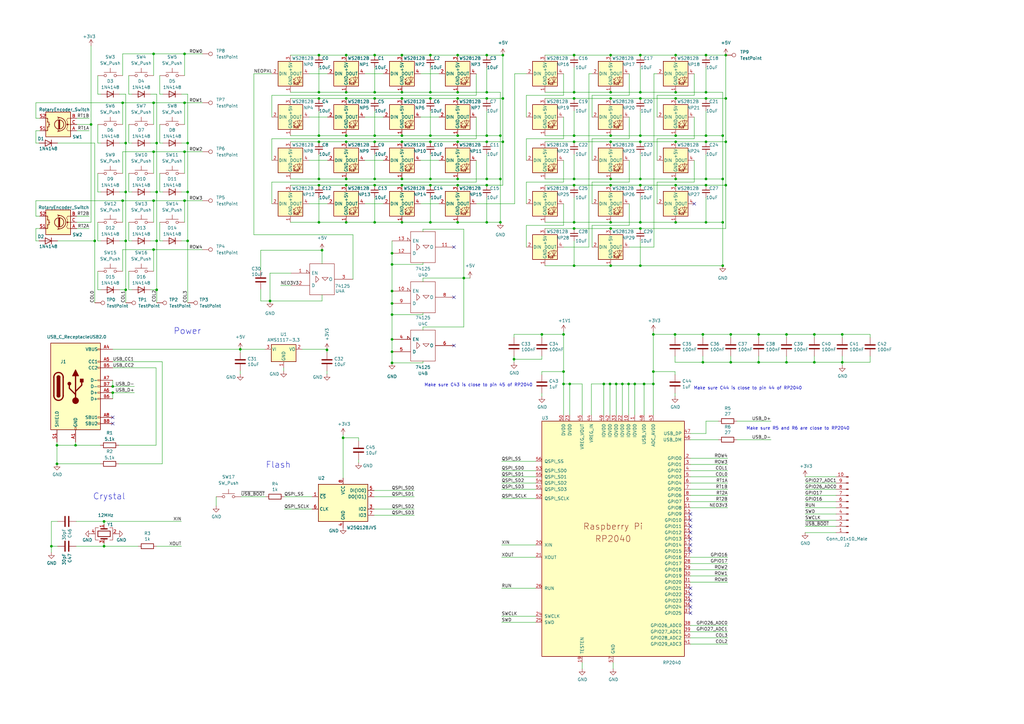
<source format=kicad_sch>
(kicad_sch (version 20230121) (generator eeschema)
  (paper "A3")
  (title_block (title "KnGXT MacroPaw") (date "2022-08-13") (rev "v0.1.0") (company "© 2022 kodachi 6•14, llc // SPDX-License-Identifier: CERN-OHL-S-2.0") (comment 1 "Open Source Hardware, CERN OHL 2.0: https://ohwr.org/cern_ohl_s_v2.txt") (comment 2 "and TJ Horner's RP2040 business card https://github.com/tjhorner/bizcard") (comment 3 "https://datasheets.raspberrypi.com/rp2040/hardware-design-with-rp2040.pdf") (comment 4 "With grateful thanks to \"Hardware Design with RP2040\""))
  (junction (at 277.114 75.946))
  (junction (at 289.56 40.386))
  (junction (at 289.56 75.946))
  (junction (at 160.782 119.38))
  (junction (at 130.81 91.186))
  (junction (at 199.644 58.166))
  (junction (at 250.444 75.946))
  (junction (at 235.458 22.606))
  (junction (at 110.744 123.444))
  (junction (at 250.444 22.606))
  (junction (at 153.67 75.946))
  (junction (at 231.14 157.48))
  (junction (at 190.246 114.046))
  (junction (at 176.53 73.406))
  (junction (at 130.81 58.166))
  (junction (at 299.72 148.59))
  (junction (at 62.992 82.296))
  (junction (at 262.636 108.966))
  (junction (at 46.228 158.496))
  (junction (at 262.636 37.846))
  (junction (at 262.636 58.166))
  (junction (at 51.562 78.74))
  (junction (at 250.444 91.186))
  (junction (at 187.706 37.846))
  (junction (at 289.56 73.406))
  (junction (at 164.846 22.606))
  (junction (at 235.458 91.186))
  (junction (at 262.636 91.186))
  (junction (at 164.846 58.166))
  (junction (at 199.644 37.846))
  (junction (at 345.44 148.59))
  (junction (at 187.706 55.626))
  (junction (at 141.986 22.606))
  (junction (at 187.706 22.606))
  (junction (at 21.082 224.028))
  (junction (at 187.706 58.166))
  (junction (at 62.992 62.23))
  (junction (at 50.292 82.296))
  (junction (at 50.292 42.164))
  (junction (at 206.248 40.386))
  (junction (at 296.418 73.406))
  (junction (at 160.782 124.46))
  (junction (at 262.636 75.946))
  (junction (at 296.418 108.966))
  (junction (at 130.81 22.606))
  (junction (at 288.29 137.16))
  (junction (at 160.782 144.272))
  (junction (at 235.458 93.726))
  (junction (at 334.01 137.16))
  (junction (at 160.782 108.458))
  (junction (at 23.368 190.246))
  (junction (at 250.444 40.386))
  (junction (at 296.418 91.186))
  (junction (at 75.692 42.164))
  (junction (at 46.228 161.036))
  (junction (at 160.782 139.192))
  (junction (at 262.636 40.386))
  (junction (at 130.81 73.406))
  (junction (at 141.986 37.846))
  (junction (at 277.114 91.186))
  (junction (at 140.716 179.578))
  (junction (at 250.444 37.846))
  (junction (at 345.44 137.16))
  (junction (at 267.97 137.16))
  (junction (at 187.706 91.186))
  (junction (at 75.692 82.296))
  (junction (at 235.458 55.626))
  (junction (at 141.986 73.406))
  (junction (at 260.35 157.48))
  (junction (at 187.706 75.946))
  (junction (at 250.444 73.406))
  (junction (at 199.644 91.186))
  (junction (at 311.15 148.59))
  (junction (at 141.986 91.186))
  (junction (at 23.368 182.626))
  (junction (at 141.986 55.626))
  (junction (at 176.53 55.626))
  (junction (at 262.636 73.406))
  (junction (at 153.67 40.386))
  (junction (at 64.262 78.74))
  (junction (at 252.73 157.48))
  (junction (at 164.846 91.186))
  (junction (at 64.262 58.674))
  (junction (at 64.262 118.872))
  (junction (at 299.72 137.16))
  (junction (at 267.97 157.48))
  (junction (at 187.706 40.386))
  (junction (at 141.986 75.946))
  (junction (at 164.846 37.846))
  (junction (at 247.65 157.48))
  (junction (at 297.688 22.606))
  (junction (at 130.81 40.386))
  (junction (at 250.444 58.166))
  (junction (at 264.16 157.48))
  (junction (at 153.67 73.406))
  (junction (at 164.846 73.406))
  (junction (at 262.636 55.626))
  (junction (at 210.82 147.32))
  (junction (at 257.81 157.48))
  (junction (at 250.444 55.626))
  (junction (at 262.636 93.726))
  (junction (at 289.56 58.166))
  (junction (at 235.458 108.966))
  (junction (at 62.992 22.098))
  (junction (at 205.232 73.406))
  (junction (at 296.418 55.626))
  (junction (at 37.338 51.054))
  (junction (at 130.81 55.626))
  (junction (at 206.248 22.606))
  (junction (at 322.58 137.16))
  (junction (at 176.53 58.166))
  (junction (at 199.644 75.946))
  (junction (at 276.86 137.16))
  (junction (at 277.114 22.606))
  (junction (at 255.27 157.48))
  (junction (at 187.706 73.406))
  (junction (at 235.458 37.846))
  (junction (at 199.644 22.606))
  (junction (at 42.672 224.028))
  (junction (at 297.688 58.166))
  (junction (at 51.562 118.872))
  (junction (at 176.53 75.946))
  (junction (at 199.644 73.406))
  (junction (at 51.562 98.806))
  (junction (at 153.67 37.846))
  (junction (at 176.53 91.186))
  (junction (at 206.248 58.166))
  (junction (at 76.962 98.806))
  (junction (at 250.19 157.48))
  (junction (at 205.232 91.186))
  (junction (at 30.988 182.626))
  (junction (at 62.992 102.362))
  (junction (at 277.114 55.626))
  (junction (at 231.14 152.4))
  (junction (at 176.53 40.386))
  (junction (at 205.232 55.626))
  (junction (at 297.688 75.946))
  (junction (at 250.444 93.726))
  (junction (at 267.97 152.4))
  (junction (at 153.67 22.606))
  (junction (at 277.114 73.406))
  (junction (at 322.58 148.59))
  (junction (at 160.782 103.886))
  (junction (at 130.81 37.846))
  (junction (at 160.782 129.032))
  (junction (at 153.67 55.626))
  (junction (at 176.53 22.606))
  (junction (at 222.25 137.16))
  (junction (at 76.962 78.74))
  (junction (at 334.01 148.59))
  (junction (at 289.56 37.846))
  (junction (at 235.458 40.386))
  (junction (at 62.992 42.164))
  (junction (at 262.636 22.606))
  (junction (at 130.81 75.946))
  (junction (at 231.14 137.16))
  (junction (at 153.67 58.166))
  (junction (at 235.458 73.406))
  (junction (at 132.08 102.616))
  (junction (at 75.692 22.098))
  (junction (at 141.986 40.386))
  (junction (at 235.458 58.166))
  (junction (at 250.444 108.966))
  (junction (at 42.672 213.868))
  (junction (at 64.262 98.806))
  (junction (at 311.15 137.16))
  (junction (at 176.53 37.846))
  (junction (at 51.562 58.674))
  (junction (at 289.56 55.626))
  (junction (at 289.56 91.186))
  (junction (at 160.782 148.844))
  (junction (at 199.644 55.626))
  (junction (at 75.692 62.23))
  (junction (at 277.114 58.166))
  (junction (at 134.112 143.51))
  (junction (at 76.962 58.674))
  (junction (at 289.56 22.606))
  (junction (at 164.846 40.386))
  (junction (at 277.114 40.386))
  (junction (at 235.458 75.946))
  (junction (at 277.114 37.846))
  (junction (at 153.67 91.186))
  (junction (at 98.552 143.256))
  (junction (at 164.846 55.626))
  (junction (at 38.862 98.806))
  (junction (at 164.846 75.946))
  (junction (at 288.29 148.59))
  (junction (at 199.644 40.386))
  (junction (at 141.986 58.166))
  (junction (at 297.688 40.386))
  (junction (at 233.68 157.48))
  (no_connect (at 283.21 248.92))
  (no_connect (at 186.182 141.732))
  (no_connect (at 186.182 121.92))
  (no_connect (at 283.21 215.9))
  (no_connect (at 283.21 218.44))
  (no_connect (at 283.21 241.3))
  (no_connect (at 283.21 243.84))
  (no_connect (at 283.21 246.38))
  (no_connect (at 283.21 226.06))
  (no_connect (at 283.21 213.36))
  (no_connect (at 283.21 220.98))
  (no_connect (at 283.21 223.52))
  (no_connect (at 284.734 83.566))
  (no_connect (at 186.182 101.346))
  (no_connect (at 46.228 173.736))
  (no_connect (at 283.21 210.82))
  (no_connect (at 283.21 251.46))
  (no_connect (at 46.228 171.196))
  (wire (pts (xy 52.832 38.608) (xy 52.832 30.988)))
  (wire (pts (xy 153.67 45.466) (xy 153.67 55.626)))
  (wire (pts (xy 62.992 82.296) (xy 75.692 82.296)))
  (wire (pts (xy 223.52 22.606) (xy 235.458 22.606)))
  (wire (pts (xy 130.81 81.026) (xy 130.81 91.186)))
  (wire (pts (xy 54.102 38.608) (xy 52.832 38.608)))
  (wire (pts (xy 235.458 98.806) (xy 235.458 108.966)))
  (wire (pts (xy 242.824 56.896) (xy 242.824 65.786)))
  (wire (pts (xy 50.292 91.186) (xy 50.292 82.296)))
  (wire (pts (xy 50.292 22.098) (xy 62.992 22.098)))
  (wire (pts (xy 231.14 56.896) (xy 215.9 56.896)))
  (wire (pts (xy 160.782 103.886) (xy 160.782 98.806)))
  (wire (pts (xy 65.532 38.608) (xy 65.532 30.988)))
  (wire (pts (xy 173.482 114.046) (xy 190.246 114.046)))
  (wire (pts (xy 46.228 148.336) (xy 66.548 148.336)))
  (wire (pts (xy 231.14 83.566) (xy 231.14 92.456)))
  (wire (pts (xy 49.022 98.806) (xy 51.562 98.806)))
  (wire (pts (xy 219.71 204.47) (xy 205.74 204.47)))
  (wire (pts (xy 267.97 137.16) (xy 276.86 137.16)))
  (wire (pts (xy 187.706 75.946) (xy 199.644 75.946)))
  (wire (pts (xy 330.2 208.28) (xy 342.9 208.28)))
  (wire (pts (xy 241.554 30.226) (xy 242.824 30.226)))
  (wire (pts (xy 334.01 146.05) (xy 334.01 148.59)))
  (wire (pts (xy 62.992 62.23) (xy 75.692 62.23)))
  (wire (pts (xy 46.228 161.036) (xy 46.228 163.576)))
  (wire (pts (xy 31.496 91.186) (xy 37.338 91.186)))
  (wire (pts (xy 258.064 39.116) (xy 242.824 39.116)))
  (wire (pts (xy 210.82 147.32) (xy 210.82 148.59)))
  (wire (pts (xy 322.58 148.59) (xy 311.15 148.59)))
  (wire (pts (xy 283.21 187.96) (xy 298.45 187.96)))
  (wire (pts (xy 276.86 161.29) (xy 276.86 162.56)))
  (wire (pts (xy 14.732 58.674) (xy 16.002 58.674)))
  (wire (pts (xy 164.846 22.606) (xy 176.53 22.606)))
  (wire (pts (xy 64.262 224.028) (xy 74.422 224.028)))
  (wire (pts (xy 262.636 58.166) (xy 277.114 58.166)))
  (wire (pts (xy 119.126 58.166) (xy 130.81 58.166)))
  (wire (pts (xy 66.548 190.246) (xy 48.768 190.246)))
  (wire (pts (xy 52.832 58.674) (xy 52.832 51.054)))
  (wire (pts (xy 21.082 213.868) (xy 21.082 224.028)))
  (wire (pts (xy 262.636 73.406) (xy 277.114 73.406)))
  (wire (pts (xy 141.986 73.406) (xy 153.67 73.406)))
  (wire (pts (xy 296.418 37.846) (xy 296.418 55.626)))
  (wire (pts (xy 66.548 148.336) (xy 66.548 190.246)))
  (wire (pts (xy 206.248 58.166) (xy 206.248 40.386)))
  (wire (pts (xy 289.56 55.626) (xy 296.418 55.626)))
  (wire (pts (xy 31.496 53.594) (xy 36.576 53.594)))
  (wire (pts (xy 345.44 138.43) (xy 345.44 137.16)))
  (wire (pts (xy 277.114 73.406) (xy 289.56 73.406)))
  (wire (pts (xy 258.064 74.676) (xy 242.824 74.676)))
  (wire (pts (xy 54.102 78.74) (xy 52.832 78.74)))
  (wire (pts (xy 231.14 137.16) (xy 231.14 152.4)))
  (wire (pts (xy 283.21 205.74) (xy 298.45 205.74)))
  (wire (pts (xy 190.246 114.046) (xy 190.246 134.112)))
  (wire (pts (xy 37.338 18.796) (xy 37.338 51.054)))
  (wire (pts (xy 130.81 55.626) (xy 141.986 55.626)))
  (wire (pts (xy 311.15 148.59) (xy 299.72 148.59)))
  (wire (pts (xy 345.44 137.16) (xy 356.87 137.16)))
  (wire (pts (xy 283.21 231.14) (xy 298.45 231.14)))
  (wire (pts (xy 235.458 58.166) (xy 250.444 58.166)))
  (wire (pts (xy 64.008 182.626) (xy 48.768 182.626)))
  (wire (pts (xy 269.494 74.676) (xy 269.494 83.566)))
  (wire (pts (xy 153.67 58.166) (xy 164.846 58.166)))
  (wire (pts (xy 210.82 137.16) (xy 222.25 137.16)))
  (wire (pts (xy 14.732 53.594) (xy 14.732 58.674)))
  (wire (pts (xy 14.732 93.726) (xy 14.732 98.806)))
  (wire (pts (xy 42.672 224.028) (xy 56.642 224.028)))
  (wire (pts (xy 126.746 30.226) (xy 134.366 30.226)))
  (wire (pts (xy 64.008 150.876) (xy 64.008 182.626)))
  (wire (pts (xy 283.21 200.66) (xy 298.45 200.66)))
  (wire (pts (xy 172.466 30.226) (xy 180.086 30.226)))
  (wire (pts (xy 111.506 39.116) (xy 111.506 48.006)))
  (wire (pts (xy 49.022 38.608) (xy 51.562 38.608)))
  (wire (pts (xy 111.506 56.896) (xy 111.506 65.786)))
  (wire (pts (xy 14.732 48.514) (xy 16.256 48.514)))
  (wire (pts (xy 160.782 139.192) (xy 160.782 144.272)))
  (wire (pts (xy 283.21 177.8) (xy 289.56 177.8)))
  (wire (pts (xy 210.82 138.43) (xy 210.82 137.16)))
  (wire (pts (xy 173.482 129.032) (xy 173.482 128.27)))
  (wire (pts (xy 62.992 102.362) (xy 83.058 102.362)))
  (wire (pts (xy 147.066 188.468) (xy 147.066 189.738)))
  (wire (pts (xy 260.35 157.48) (xy 260.35 170.18)))
  (wire (pts (xy 38.862 58.674) (xy 38.862 98.806)))
  (wire (pts (xy 199.644 55.626) (xy 205.232 55.626)))
  (wire (pts (xy 255.27 170.18) (xy 255.27 157.48)))
  (wire (pts (xy 283.21 261.62) (xy 298.45 261.62)))
  (wire (pts (xy 187.706 37.846) (xy 199.644 37.846)))
  (wire (pts (xy 345.44 146.05) (xy 345.44 148.59)))
  (wire (pts (xy 215.9 92.456) (xy 215.9 101.346)))
  (wire (pts (xy 149.606 48.006) (xy 157.226 48.006)))
  (wire (pts (xy 231.14 135.89) (xy 231.14 137.16)))
  (wire (pts (xy 190.246 114.046) (xy 192.786 114.046)))
  (wire (pts (xy 23.622 213.868) (xy 21.082 213.868)))
  (wire (pts (xy 88.646 203.708) (xy 88.646 207.518)))
  (wire (pts (xy 199.644 58.166) (xy 206.248 58.166)))
  (wire (pts (xy 269.494 56.896) (xy 269.494 65.786)))
  (wire (pts (xy 205.74 198.12) (xy 219.71 198.12)))
  (wire (pts (xy 173.482 107.696) (xy 173.482 108.458)))
  (wire (pts (xy 210.82 147.32) (xy 222.25 147.32)))
  (wire (pts (xy 130.81 75.946) (xy 141.986 75.946)))
  (wire (pts (xy 153.67 22.606) (xy 164.846 22.606)))
  (wire (pts (xy 119.126 55.626) (xy 130.81 55.626)))
  (wire (pts (xy 144.78 96.266) (xy 144.78 114.554)))
  (wire (pts (xy 64.262 98.806) (xy 64.262 118.872)))
  (wire (pts (xy 23.622 98.806) (xy 38.862 98.806)))
  (wire (pts (xy 311.15 137.16) (xy 322.58 137.16)))
  (wire (pts (xy 211.074 30.226) (xy 215.9 30.226)))
  (wire (pts (xy 42.672 215.138) (xy 42.672 213.868)))
  (wire (pts (xy 75.692 51.054) (xy 75.692 42.164)))
  (wire (pts (xy 334.01 148.59) (xy 345.44 148.59)))
  (wire (pts (xy 283.21 198.12) (xy 298.45 198.12)))
  (wire (pts (xy 153.416 208.788) (xy 169.926 208.788)))
  (wire (pts (xy 330.2 198.12) (xy 342.9 198.12)))
  (wire (pts (xy 176.53 58.166) (xy 187.706 58.166)))
  (wire (pts (xy 187.706 91.186) (xy 199.644 91.186)))
  (wire (pts (xy 173.482 148.082) (xy 173.482 148.844)))
  (wire (pts (xy 176.53 63.246) (xy 176.53 73.406)))
  (wire (pts (xy 106.934 118.618) (xy 106.934 123.444)))
  (wire (pts (xy 262.636 81.026) (xy 262.636 91.186)))
  (wire (pts (xy 75.692 30.988) (xy 75.692 22.098)))
  (wire (pts (xy 195.326 83.566) (xy 211.074 83.566)))
  (wire (pts (xy 289.56 27.686) (xy 289.56 37.846)))
  (wire (pts (xy 250.444 75.946) (xy 262.636 75.946)))
  (wire (pts (xy 14.732 98.806) (xy 16.002 98.806)))
  (wire (pts (xy 190.246 93.98) (xy 190.246 114.046)))
  (wire (pts (xy 141.986 40.386) (xy 153.67 40.386)))
  (wire (pts (xy 296.418 108.966) (xy 296.418 91.186)))
  (wire (pts (xy 289.56 37.846) (xy 296.418 37.846)))
  (wire (pts (xy 62.992 30.988) (xy 62.992 22.098)))
  (wire (pts (xy 283.21 259.08) (xy 298.45 259.08)))
  (wire (pts (xy 64.262 78.74) (xy 64.262 98.806)))
  (wire (pts (xy 111.506 74.676) (xy 195.326 74.676)))
  (wire (pts (xy 284.734 30.226) (xy 284.734 39.116)))
  (wire (pts (xy 160.782 129.032) (xy 173.482 129.032)))
  (wire (pts (xy 345.44 148.59) (xy 356.87 148.59)))
  (wire (pts (xy 247.65 170.18) (xy 247.65 157.48)))
  (wire (pts (xy 262.636 93.726) (xy 297.688 93.726)))
  (wire (pts (xy 258.064 30.226) (xy 258.064 39.116)))
  (wire (pts (xy 299.72 148.59) (xy 288.29 148.59)))
  (wire (pts (xy 164.846 40.386) (xy 176.53 40.386)))
  (wire (pts (xy 283.21 195.58) (xy 298.45 195.58)))
  (wire (pts (xy 76.962 98.806) (xy 76.962 124.206)))
  (wire (pts (xy 277.114 22.606) (xy 289.56 22.606)))
  (wire (pts (xy 149.606 30.226) (xy 157.226 30.226)))
  (wire (pts (xy 250.444 73.406) (xy 262.636 73.406)))
  (wire (pts (xy 140.716 179.578) (xy 140.716 196.088)))
  (wire (pts (xy 64.262 58.674) (xy 64.262 78.74)))
  (wire (pts (xy 257.81 157.48) (xy 260.35 157.48)))
  (wire (pts (xy 233.68 170.18) (xy 233.68 157.48)))
  (wire (pts (xy 289.56 75.946) (xy 297.688 75.946)))
  (wire (pts (xy 76.962 58.674) (xy 76.962 78.74)))
  (wire (pts (xy 235.458 45.466) (xy 235.458 55.626)))
  (wire (pts (xy 108.712 143.256) (xy 98.552 143.256)))
  (wire (pts (xy 322.58 138.43) (xy 322.58 137.16)))
  (wire (pts (xy 277.114 37.846) (xy 289.56 37.846)))
  (wire (pts (xy 23.622 58.674) (xy 38.862 58.674)))
  (wire (pts (xy 40.132 78.74) (xy 40.132 71.12)))
  (wire (pts (xy 231.14 74.676) (xy 215.9 74.676)))
  (wire (pts (xy 250.444 108.966) (xy 262.636 108.966)))
  (wire (pts (xy 296.418 55.626) (xy 296.418 73.406)))
  (wire (pts (xy 41.402 118.872) (xy 40.132 118.872)))
  (wire (pts (xy 119.126 40.386) (xy 130.81 40.386)))
  (wire (pts (xy 40.132 58.674) (xy 40.132 51.054)))
  (wire (pts (xy 199.644 73.406) (xy 205.232 73.406)))
  (wire (pts (xy 231.14 39.116) (xy 215.9 39.116)))
  (wire (pts (xy 76.962 38.608) (xy 76.962 58.674)))
  (wire (pts (xy 132.08 102.616) (xy 132.08 102.362)))
  (wire (pts (xy 119.126 37.846) (xy 130.81 37.846)))
  (wire (pts (xy 288.29 148.59) (xy 276.86 148.59)))
  (wire (pts (xy 250.444 37.846) (xy 262.636 37.846)))
  (wire (pts (xy 134.112 143.51) (xy 134.112 143.256)))
  (wire (pts (xy 176.53 45.466) (xy 176.53 55.626)))
  (wire (pts (xy 130.81 45.466) (xy 130.81 55.626)))
  (wire (pts (xy 50.292 82.296) (xy 62.992 82.296)))
  (wire (pts (xy 283.21 236.22) (xy 298.45 236.22)))
  (wire (pts (xy 160.782 108.458) (xy 173.482 108.458)))
  (wire (pts (xy 153.416 201.168) (xy 169.926 201.168)))
  (wire (pts (xy 345.44 148.59) (xy 345.44 149.86)))
  (wire (pts (xy 284.734 56.896) (xy 269.494 56.896)))
  (wire (pts (xy 250.444 55.626) (xy 262.636 55.626)))
  (wire (pts (xy 238.76 157.48) (xy 233.68 157.48)))
  (wire (pts (xy 65.532 58.674) (xy 65.532 51.054)))
  (wire (pts (xy 283.21 208.28) (xy 298.45 208.28)))
  (wire (pts (xy 296.418 91.186) (xy 289.56 91.186)))
  (wire (pts (xy 267.97 157.48) (xy 267.97 170.18)))
  (wire (pts (xy 104.14 30.226) (xy 111.506 30.226)))
  (wire (pts (xy 283.21 233.68) (xy 298.45 233.68)))
  (wire (pts (xy 250.444 91.186) (xy 262.636 91.186)))
  (wire (pts (xy 242.824 39.116) (xy 242.824 48.006)))
  (wire (pts (xy 223.52 91.186) (xy 235.458 91.186)))
  (wire (pts (xy 277.114 91.186) (xy 289.56 91.186)))
  (wire (pts (xy 141.986 55.626) (xy 153.67 55.626)))
  (wire (pts (xy 116.332 150.876) (xy 116.332 152.146)))
  (wire (pts (xy 222.25 161.29) (xy 222.25 162.56)))
  (wire (pts (xy 14.732 42.164) (xy 50.292 42.164)))
  (wire (pts (xy 23.368 182.626) (xy 23.368 190.246)))
  (wire (pts (xy 283.21 180.34) (xy 294.64 180.34)))
  (wire (pts (xy 267.97 137.16) (xy 267.97 152.4)))
  (wire (pts (xy 250.444 40.386) (xy 262.636 40.386)))
  (wire (pts (xy 41.402 38.608) (xy 40.132 38.608)))
  (wire (pts (xy 147.066 179.578) (xy 140.716 179.578)))
  (wire (pts (xy 289.56 73.406) (xy 296.418 73.406)))
  (wire (pts (xy 231.14 92.456) (xy 215.9 92.456)))
  (wire (pts (xy 231.14 157.48) (xy 231.14 170.18)))
  (wire (pts (xy 199.644 22.606) (xy 206.248 22.606)))
  (wire (pts (xy 334.01 138.43) (xy 334.01 137.16)))
  (wire (pts (xy 242.824 92.456) (xy 242.824 101.346)))
  (wire (pts (xy 153.67 91.186) (xy 164.846 91.186)))
  (wire (pts (xy 62.992 111.252) (xy 62.992 102.362)))
  (wire (pts (xy 153.67 63.246) (xy 153.67 73.406)))
  (wire (pts (xy 199.644 27.686) (xy 199.644 37.846)))
  (wire (pts (xy 52.832 78.74) (xy 52.832 71.12)))
  (wire (pts (xy 277.114 58.166) (xy 289.56 58.166)))
  (wire (pts (xy 262.636 75.946) (xy 277.114 75.946)))
  (wire (pts (xy 75.692 71.12) (xy 75.692 62.23)))
  (wire (pts (xy 195.326 30.226) (xy 195.326 39.116)))
  (wire (pts (xy 30.988 181.356) (xy 30.988 182.626)))
  (wire (pts (xy 51.562 98.806) (xy 51.562 118.872)))
  (wire (pts (xy 284.734 39.116) (xy 269.494 39.116)))
  (wire (pts (xy 54.102 58.674) (xy 52.832 58.674)))
  (wire (pts (xy 51.562 118.872) (xy 51.562 124.206)))
  (wire (pts (xy 190.246 134.112) (xy 173.482 134.112)))
  (wire (pts (xy 51.562 58.674) (xy 51.562 78.74)))
  (wire (pts (xy 264.16 157.48) (xy 267.97 157.48)))
  (wire (pts (xy 37.338 51.054) (xy 37.338 91.186)))
  (wire (pts (xy 46.228 150.876) (xy 64.008 150.876)))
  (wire (pts (xy 14.732 82.296) (xy 50.292 82.296)))
  (wire (pts (xy 31.242 224.028) (xy 42.672 224.028)))
  (wire (pts (xy 111.506 74.676) (xy 111.506 83.566)))
  (wire (pts (xy 219.71 228.6) (xy 205.74 228.6)))
  (wire (pts (xy 252.73 170.18) (xy 252.73 157.48)))
  (wire (pts (xy 199.644 91.186) (xy 205.232 91.186)))
  (wire (pts (xy 75.692 62.23) (xy 83.058 62.23)))
  (wire (pts (xy 66.802 78.74) (xy 65.532 78.74)))
  (wire (pts (xy 172.466 65.786) (xy 180.086 65.786)))
  (wire (pts (xy 164.846 58.166) (xy 176.53 58.166)))
  (wire (pts (xy 110.744 112.014) (xy 119.38 112.014)))
  (wire (pts (xy 251.46 271.78) (xy 251.46 274.32)))
  (wire (pts (xy 206.248 40.386) (xy 206.248 22.606)))
  (wire (pts (xy 330.2 210.82) (xy 342.9 210.82)))
  (wire (pts (xy 153.416 211.328) (xy 169.926 211.328)))
  (wire (pts (xy 297.688 75.946) (xy 297.688 58.166)))
  (wire (pts (xy 74.422 38.608) (xy 76.962 38.608)))
  (wire (pts (xy 223.52 55.626) (xy 235.458 55.626)))
  (wire (pts (xy 222.25 152.4) (xy 231.14 152.4)))
  (wire (pts (xy 223.52 73.406) (xy 235.458 73.406)))
  (wire (pts (xy 74.422 98.806) (xy 76.962 98.806)))
  (wire (pts (xy 284.734 74.676) (xy 269.494 74.676)))
  (wire (pts (xy 132.08 102.616) (xy 132.08 108.204)))
  (wire (pts (xy 50.292 62.23) (xy 62.992 62.23)))
  (wire (pts (xy 23.368 190.246) (xy 41.148 190.246)))
  (wire (pts (xy 334.01 137.16) (xy 345.44 137.16)))
  (wire (pts (xy 173.482 94.996) (xy 173.482 93.98)))
  (wire (pts (xy 199.644 75.946) (xy 206.248 75.946)))
  (wire (pts (xy 283.21 228.6) (xy 298.45 228.6)))
  (wire (pts (xy 62.992 22.098) (xy 75.692 22.098)))
  (wire (pts (xy 153.67 40.386) (xy 164.846 40.386)))
  (wire (pts (xy 199.644 37.846) (xy 205.232 37.846)))
  (wire (pts (xy 98.552 144.526) (xy 98.552 143.256)))
  (wire (pts (xy 262.636 40.386) (xy 277.114 40.386)))
  (wire (pts (xy 14.732 88.646) (xy 16.256 88.646)))
  (wire (pts (xy 199.644 40.386) (xy 206.248 40.386)))
  (wire (pts (xy 311.15 138.43) (xy 311.15 137.16)))
  (wire (pts (xy 235.458 108.966) (xy 250.444 108.966)))
  (wire (pts (xy 284.734 65.786) (xy 284.734 74.676)))
  (wire (pts (xy 130.81 22.606) (xy 141.986 22.606)))
  (wire (pts (xy 46.228 143.256) (xy 98.552 143.256)))
  (wire (pts (xy 302.26 180.34) (xy 316.23 180.34)))
  (wire (pts (xy 106.934 123.444) (xy 110.744 123.444)))
  (wire (pts (xy 297.688 40.386) (xy 297.688 22.606)))
  (wire (pts (xy 269.494 39.116) (xy 269.494 48.006)))
  (wire (pts (xy 130.81 40.386) (xy 141.986 40.386)))
  (wire (pts (xy 242.57 157.48) (xy 247.65 157.48)))
  (wire (pts (xy 153.67 37.846) (xy 164.846 37.846)))
  (wire (pts (xy 330.2 203.2) (xy 342.9 203.2)))
  (wire (pts (xy 76.962 78.74) (xy 76.962 98.806)))
  (wire (pts (xy 195.326 74.676) (xy 195.326 65.786)))
  (wire (pts (xy 258.064 65.786) (xy 258.064 74.676)))
  (wire (pts (xy 223.52 40.386) (xy 235.458 40.386)))
  (wire (pts (xy 50.292 71.12) (xy 50.292 62.23)))
  (wire (pts (xy 132.08 123.444) (xy 132.08 120.904)))
  (wire (pts (xy 330.2 195.58) (xy 342.9 195.58)))
  (wire (pts (xy 116.586 203.708) (xy 128.016 203.708)))
  (wire (pts (xy 116.586 208.788) (xy 128.016 208.788)))
  (wire (pts (xy 187.706 73.406) (xy 199.644 73.406)))
  (wire (pts (xy 126.746 48.006) (xy 134.366 48.006)))
  (wire (pts (xy 283.21 190.5) (xy 298.45 190.5)))
  (wire (pts (xy 176.53 27.686) (xy 176.53 37.846)))
  (wire (pts (xy 187.706 55.626) (xy 199.644 55.626)))
  (wire (pts (xy 64.262 38.608) (xy 64.262 58.674)))
  (wire (pts (xy 235.458 27.686) (xy 235.458 37.846)))
  (wire (pts (xy 66.802 98.806) (xy 65.532 98.806)))
  (wire (pts (xy 210.82 146.05) (xy 210.82 147.32)))
  (wire (pts (xy 276.86 146.05) (xy 276.86 148.59)))
  (wire (pts (xy 219.71 252.73) (xy 205.74 252.73)))
  (wire (pts (xy 267.97 152.4) (xy 267.97 157.48)))
  (wire (pts (xy 31.496 48.514) (xy 36.576 48.514)))
  (wire (pts (xy 75.692 91.186) (xy 75.692 82.296)))
  (wire (pts (xy 264.16 170.18) (xy 264.16 157.48)))
  (wire (pts (xy 297.688 75.946) (xy 297.688 93.726)))
  (wire (pts (xy 205.74 193.04) (xy 219.71 193.04)))
  (wire (pts (xy 289.56 63.246) (xy 289.56 73.406)))
  (wire (pts (xy 62.992 51.054) (xy 62.992 42.164)))
  (wire (pts (xy 50.292 30.988) (xy 50.292 22.098)))
  (wire (pts (xy 238.76 271.78) (xy 238.76 274.32)))
  (wire (pts (xy 222.25 153.67) (xy 222.25 152.4)))
  (wire (pts (xy 65.532 78.74) (xy 65.532 71.12)))
  (wire (pts (xy 172.466 83.566) (xy 180.086 83.566)))
  (wire (pts (xy 62.992 91.186) (xy 62.992 82.296)))
  (wire (pts (xy 235.458 63.246) (xy 235.458 73.406)))
  (wire (pts (xy 289.56 172.72) (xy 289.56 177.8)))
  (wire (pts (xy 231.14 48.006) (xy 231.14 56.896)))
  (wire (pts (xy 141.986 58.166) (xy 153.67 58.166)))
  (wire (pts (xy 153.67 75.946) (xy 164.846 75.946)))
  (wire (pts (xy 141.986 22.606) (xy 153.67 22.606)))
  (wire (pts (xy 46.228 155.956) (xy 46.228 158.496)))
  (wire (pts (xy 356.87 146.05) (xy 356.87 148.59)))
  (wire (pts (xy 238.76 170.18) (xy 238.76 157.48)))
  (wire (pts (xy 119.126 75.946) (xy 130.81 75.946)))
  (wire (pts (xy 123.952 143.256) (xy 134.112 143.256)))
  (wire (pts (xy 205.74 195.58) (xy 219.71 195.58)))
  (wire (pts (xy 211.074 30.226) (xy 211.074 83.566)))
  (wire (pts (xy 283.21 264.16) (xy 298.45 264.16)))
  (wire (pts (xy 231.14 65.786) (xy 231.14 74.676)))
  (wire (pts (xy 164.846 91.186) (xy 176.53 91.186)))
  (wire (pts (xy 276.86 153.67) (xy 276.86 152.4)))
  (wire (pts (xy 289.56 172.72) (xy 294.64 172.72)))
  (wire (pts (xy 40.132 118.872) (xy 40.132 111.252)))
  (wire (pts (xy 141.986 75.946) (xy 153.67 75.946)))
  (wire (pts (xy 65.532 98.806) (xy 65.532 91.186)))
  (wire (pts (xy 62.992 42.164) (xy 75.692 42.164)))
  (wire (pts (xy 173.482 93.98) (xy 190.246 93.98)))
  (wire (pts (xy 50.292 102.362) (xy 62.992 102.362)))
  (wire (pts (xy 66.802 38.608) (xy 65.532 38.608)))
  (wire (pts (xy 153.67 81.026) (xy 153.67 91.186)))
  (wire (pts (xy 126.746 83.566) (xy 134.366 83.566)))
  (wire (pts (xy 31.496 88.646) (xy 36.576 88.646)))
  (wire (pts (xy 334.01 148.59) (xy 322.58 148.59)))
  (wire (pts (xy 311.15 146.05) (xy 311.15 148.59)))
  (wire (pts (xy 205.232 91.186) (xy 205.232 73.406)))
  (wire (pts (xy 330.2 218.44) (xy 342.9 218.44)))
  (wire (pts (xy 62.992 71.12) (xy 62.992 62.23)))
  (wire (pts (xy 260.35 157.48) (xy 264.16 157.48)))
  (wire (pts (xy 276.86 138.43) (xy 276.86 137.16)))
  (wire (pts (xy 235.458 22.606) (xy 250.444 22.606)))
  (wire (pts (xy 288.29 138.43) (xy 288.29 137.16)))
  (wire (pts (xy 322.58 146.05) (xy 322.58 148.59)))
  (wire (pts (xy 98.806 203.708) (xy 108.966 203.708)))
  (wire (pts (xy 153.67 73.406) (xy 164.846 73.406)))
  (wire (pts (xy 49.022 78.74) (xy 51.562 78.74)))
  (wire (pts (xy 61.722 118.872) (xy 64.262 118.872)))
  (wire (pts (xy 262.636 27.686) (xy 262.636 37.846)))
  (wire (pts (xy 51.562 38.608) (xy 51.562 58.674)))
  (wire (pts (xy 110.744 123.444) (xy 132.08 123.444)))
  (wire (pts (xy 215.9 74.676) (xy 215.9 83.566)))
  (wire (pts (xy 206.248 58.166) (xy 206.248 75.946)))
  (wire (pts (xy 153.416 203.708) (xy 169.926 203.708)))
  (wire (pts (xy 176.53 81.026) (xy 176.53 91.186)))
  (wire (pts (xy 299.72 146.05) (xy 299.72 148.59)))
  (wire (pts (xy 283.21 203.2) (xy 298.45 203.2)))
  (wire (pts (xy 283.21 256.54) (xy 298.45 256.54)))
  (wire (pts (xy 187.706 58.166) (xy 199.644 58.166)))
  (wire (pts (xy 187.706 22.606) (xy 199.644 22.606)))
  (wire (pts (xy 235.458 37.846) (xy 250.444 37.846)))
  (wire (pts (xy 64.262 118.872) (xy 64.262 124.206)))
  (wire (pts (xy 258.064 92.456) (xy 242.824 92.456)))
  (wire (pts (xy 289.56 58.166) (xy 297.688 58.166)))
  (wire (pts (xy 250.19 157.48) (xy 252.73 157.48)))
  (wire (pts (xy 61.722 78.74) (xy 64.262 78.74)))
  (wire (pts (xy 199.644 81.026) (xy 199.644 91.186)))
  (wire (pts (xy 61.722 38.608) (xy 64.262 38.608)))
  (wire (pts (xy 40.132 38.608) (xy 40.132 30.988)))
  (wire (pts (xy 268.224 30.226) (xy 269.494 30.226)))
  (wire (pts (xy 205.232 37.846) (xy 205.232 55.626)))
  (wire (pts (xy 115.062 117.094) (xy 119.38 117.094)))
  (wire (pts (xy 247.65 157.48) (xy 250.19 157.48)))
  (wire (pts (xy 106.934 102.616) (xy 106.934 110.998)))
  (wire (pts (xy 42.672 222.758) (xy 42.672 224.028)))
  (wire (pts (xy 172.466 48.006) (xy 180.086 48.006)))
  (wire (pts (xy 262.636 37.846) (xy 277.114 37.846)))
  (wire (pts (xy 30.988 182.626) (xy 41.148 182.626)))
  (wire (pts (xy 41.402 58.674) (xy 40.132 58.674)))
  (wire (pts (xy 104.14 96.266) (xy 104.14 30.226)))
  (wire (pts (xy 176.53 40.386) (xy 187.706 40.386)))
  (wire (pts (xy 299.72 137.16) (xy 311.15 137.16)))
  (wire (pts (xy 288.29 137.16) (xy 299.72 137.16)))
  (wire (pts (xy 235.458 81.026) (xy 235.458 91.186)))
  (wire (pts (xy 119.126 73.406) (xy 130.81 73.406)))
  (wire (pts (xy 215.9 56.896) (xy 215.9 65.786)))
  (wire (pts (xy 111.506 56.896) (xy 195.326 56.896)))
  (wire (pts (xy 40.132 98.806) (xy 40.132 91.186)))
  (wire (pts (xy 98.552 152.146) (xy 98.552 153.416)))
  (wire (pts (xy 219.71 255.27) (xy 205.74 255.27)))
  (wire (pts (xy 23.622 224.028) (xy 21.082 224.028)))
  (wire (pts (xy 134.112 144.526) (xy 134.112 143.51)))
  (wire (pts (xy 262.636 55.626) (xy 277.114 55.626)))
  (wire (pts (xy 49.022 58.674) (xy 51.562 58.674)))
  (wire (pts (xy 153.67 27.686) (xy 153.67 37.846)))
  (wire (pts (xy 258.064 83.566) (xy 258.064 92.456)))
  (wire (pts (xy 262.636 22.606) (xy 277.114 22.606)))
  (wire (pts (xy 130.81 37.846) (xy 141.986 37.846)))
  (wire (pts (xy 130.81 27.686) (xy 130.81 37.846)))
  (wire (pts (xy 262.636 98.806) (xy 262.636 108.966)))
  (wire (pts (xy 223.52 108.966) (xy 235.458 108.966)))
  (wire (pts (xy 54.102 118.872) (xy 52.832 118.872)))
  (wire (pts (xy 258.064 56.896) (xy 242.824 56.896)))
  (wire (pts (xy 74.422 78.74) (xy 76.962 78.74)))
  (wire (pts (xy 356.87 138.43) (xy 356.87 137.16)))
  (wire (pts (xy 297.688 58.166) (xy 297.688 40.386)))
  (wire (pts (xy 330.2 200.66) (xy 342.9 200.66)))
  (wire (pts (xy 160.782 124.46) (xy 160.782 129.032)))
  (wire (pts (xy 205.74 223.52) (xy 219.71 223.52)))
  (wire (pts (xy 173.482 115.57) (xy 173.482 114.046)))
  (wire (pts (xy 52.832 98.806) (xy 52.832 91.186)))
  (wire (pts (xy 164.846 73.406) (xy 176.53 73.406)))
  (wire (pts (xy 231.14 101.346) (xy 241.554 101.346)))
  (wire (pts (xy 289.56 22.606) (xy 297.688 22.606)))
  (wire (pts (xy 106.934 102.616) (xy 132.08 102.616)))
  (wire (pts (xy 51.562 78.74) (xy 51.562 98.806)))
  (wire (pts (xy 205.232 73.406) (xy 205.232 55.626)))
  (wire (pts (xy 149.606 83.566) (xy 157.226 83.566)))
  (wire (pts (xy 223.52 75.946) (xy 235.458 75.946)))
  (wire (pts (xy 130.81 63.246) (xy 130.81 73.406)))
  (wire (pts (xy 231.14 30.226) (xy 231.14 39.116)))
  (wire (pts (xy 219.71 241.3) (xy 205.74 241.3)))
  (wire (pts (xy 49.022 118.872) (xy 51.562 118.872)))
  (wire (pts (xy 52.832 118.872) (xy 52.832 111.252)))
  (wire (pts (xy 21.082 224.028) (xy 21.082 226.568)))
  (wire (pts (xy 289.56 81.026) (xy 289.56 91.186)))
  (wire (pts (xy 250.444 22.606) (xy 262.636 22.606)))
  (wire (pts (xy 176.53 22.606) (xy 187.706 22.606)))
  (wire (pts (xy 235.458 55.626) (xy 250.444 55.626)))
  (wire (pts (xy 164.846 75.946) (xy 176.53 75.946)))
  (wire (pts (xy 283.21 193.04) (xy 298.45 193.04)))
  (wire (pts (xy 164.846 55.626) (xy 176.53 55.626)))
  (wire (pts (xy 268.224 101.346) (xy 268.224 30.226)))
  (wire (pts (xy 31.496 93.726) (xy 36.576 93.726)))
  (wire (pts (xy 289.56 45.466) (xy 289.56 55.626)))
  (wire (pts (xy 258.064 101.346) (xy 268.224 101.346)))
  (wire (pts (xy 46.228 161.036) (xy 55.118 161.036)))
  (wire (pts (xy 199.644 63.246) (xy 199.644 73.406)))
  (wire (pts (xy 16.256 53.594) (xy 14.732 53.594)))
  (wire (pts (xy 235.458 40.386) (xy 250.444 40.386)))
  (wire (pts (xy 233.68 157.48) (xy 231.14 157.48)))
  (wire (pts (xy 215.9 39.116) (xy 215.9 48.006)))
  (wire (pts (xy 284.734 48.006) (xy 284.734 56.896)))
  (wire (pts (xy 61.722 58.674) (xy 64.262 58.674)))
  (wire (pts (xy 149.606 65.786) (xy 157.226 65.786)))
  (wire (pts (xy 252.73 157.48) (xy 255.27 157.48)))
  (wire (pts (xy 164.846 37.846) (xy 176.53 37.846)))
  (wire (pts (xy 141.986 91.186) (xy 153.67 91.186)))
  (wire (pts (xy 75.692 42.164) (xy 83.058 42.164)))
  (wire (pts (xy 195.326 56.896) (xy 195.326 48.006)))
  (wire (pts (xy 223.52 37.846) (xy 235.458 37.846)))
  (wire (pts (xy 223.52 93.726) (xy 235.458 93.726)))
  (wire (pts (xy 299.72 138.43) (xy 299.72 137.16)))
  (wire (pts (xy 46.228 158.496) (xy 55.118 158.496)))
  (wire (pts (xy 250.444 58.166) (xy 262.636 58.166)))
  (wire (pts (xy 160.782 108.458) (xy 160.782 119.38)))
  (wire (pts (xy 242.57 170.18) (xy 242.57 157.48)))
  (wire (pts (xy 235.458 75.946) (xy 250.444 75.946)))
  (wire (pts (xy 119.126 91.186) (xy 130.81 91.186)))
  (wire (pts (xy 41.402 78.74) (xy 40.132 78.74)))
  (wire (pts (xy 173.482 148.844) (xy 160.782 148.844)))
  (wire (pts (xy 104.14 96.266) (xy 144.78 96.266)))
  (wire (pts (xy 37.338 51.054) (xy 31.496 51.054)))
  (wire (pts (xy 66.802 58.674) (xy 65.532 58.674)))
  (wire (pts (xy 160.782 129.032) (xy 160.782 139.192)))
  (wire (pts (xy 14.732 88.646) (xy 14.732 82.296)))
  (wire (pts (xy 330.2 205.74) (xy 342.9 205.74)))
  (wire (pts (xy 16.256 93.726) (xy 14.732 93.726)))
  (wire (pts (xy 176.53 75.946) (xy 187.706 75.946)))
  (wire (pts (xy 302.26 172.72) (xy 316.23 172.72)))
  (wire (pts (xy 250.444 93.726) (xy 262.636 93.726)))
  (wire (pts (xy 242.824 74.676) (xy 242.824 83.566)))
  (wire (pts (xy 277.114 55.626) (xy 289.56 55.626)))
  (wire (pts (xy 75.692 22.098) (xy 83.058 22.098)))
  (wire (pts (xy 257.81 170.18) (xy 257.81 157.48)))
  (wire (pts (xy 322.58 137.16) (xy 334.01 137.16)))
  (wire (pts (xy 277.114 40.386) (xy 289.56 40.386)))
  (wire (pts (xy 130.81 58.166) (xy 141.986 58.166)))
  (wire (pts (xy 330.2 213.36) (xy 342.9 213.36)))
  (wire (pts (xy 54.102 98.806) (xy 52.832 98.806)))
  (wire (pts (xy 173.482 135.382) (xy 173.482 134.112)))
  (wire (pts (xy 31.242 213.868) (xy 42.672 213.868)))
  (wire (pts (xy 160.782 144.272) (xy 160.782 148.844)))
  (wire (pts (xy 130.81 91.186) (xy 141.986 91.186)))
  (wire (pts (xy 119.126 22.606) (xy 130.81 22.606)))
  (wire (pts (xy 276.86 137.16) (xy 288.29 137.16)))
  (wire (pts (xy 160.782 103.886) (xy 160.782 108.458)))
  (wire (pts (xy 23.368 182.626) (xy 30.988 182.626)))
  (wire (pts (xy 219.71 189.23) (xy 205.74 189.23)))
  (wire (pts (xy 235.458 91.186) (xy 250.444 91.186)))
  (wire (pts (xy 176.53 37.846) (xy 187.706 37.846)))
  (wire (pts (xy 130.81 73.406) (xy 141.986 73.406)))
  (wire (pts (xy 42.672 213.868) (xy 74.422 213.868)))
  (wire (pts (xy 255.27 157.48) (xy 257.81 157.48)))
  (wire (pts (xy 160.782 124.46) (xy 160.782 119.38)))
  (wire (pts (xy 330.2 215.9) (xy 342.9 215.9)))
  (wire (pts (xy 222.25 147.32) (xy 222.25 146.05)))
  (wire (pts (xy 222.25 138.43) (xy 222.25 137.16)))
  (wire (pts (xy 262.636 108.966) (xy 296.418 108.966)))
  (wire (pts (xy 126.746 65.786) (xy 134.366 65.786)))
  (wire (pts (xy 140.716 178.308) (xy 140.716 179.578)))
  (wire (pts (xy 134.112 152.146) (xy 134.112 153.416)))
  (wire (pts (xy 267.97 152.4) (xy 276.86 152.4)))
  (wire (pts (xy 250.19 170.18) (xy 250.19 157.48)))
  (wire (pts (xy 262.636 45.466) (xy 262.636 55.626)))
  (wire (pts (xy 153.67 55.626) (xy 164.846 55.626)))
  (wire (pts (xy 41.402 98.806) (xy 40.132 98.806)))
  (wire (pts (xy 222.25 137.16) (xy 231.14 137.16)))
  (wire (pts (xy 262.636 91.186) (xy 277.114 91.186)))
  (wire (pts (xy 14.732 48.514) (xy 14.732 42.164)))
  (wire (pts (xy 288.29 146.05) (xy 288.29 148.59)))
  (wire (pts (xy 74.422 58.674) (xy 76.962 58.674)))
  (wire (pts (xy 176.53 55.626) (xy 187.706 55.626)))
  (wire (pts (xy 241.554 30.226) (xy 241.554 101.346)))
  (wire (pts (xy 75.692 82.296) (xy 83.058 82.296)))
  (wire (pts (xy 235.458 93.726) (xy 250.444 93.726)))
  (wire (pts (xy 50.292 42.164) (xy 50.292 51.054)))
  (wire (pts (xy 296.418 73.406) (xy 296.418 91.186)))
  (wire (pts (xy 141.986 37.846) (xy 153.67 37.846)))
  (wire (pts (xy 61.722 98.806) (xy 64.262 98.806)))
  (wire (pts (xy 231.14 152.4) (xy 231.14 157.48)))
  (wire (pts (xy 50.292 111.252) (xy 50.292 102.362)))
  (wire (pts (xy 187.706 40.386) (xy 199.644 40.386)))
  (wire (pts (xy 258.064 48.006) (xy 258.064 56.896)))
  (wire (pts (xy 50.292 42.164) (xy 62.992 42.164)))
  (wire (pts (xy 289.56 40.386) (xy 297.688 40.386)))
  (wire (pts (xy 23.368 181.356) (xy 23.368 182.626)))
  (wire (pts (xy 38.862 98.806) (xy 38.862 124.206)))
  (wire (pts (xy 110.744 112.014) (xy 110.744 123.444)))
  (wire (pts (xy 176.53 73.406) (xy 187.706 73.406)))
  (wire (pts (xy 235.458 73.406) (xy 250.444 73.406)))
  (wire (pts (xy 277.114 75.946) (xy 289.56 75.946)))
  (wire (pts (xy 267.97 135.89) (xy 267.97 137.16)))
  (wire (pts (xy 283.21 238.76) (xy 298.45 238.76)))
  (wire (pts (xy 223.52 58.166) (xy 235.458 58.166)))
  (wire (pts (xy 205.74 200.66) (xy 219.71 200.66)))
  (wire (pts (xy 262.636 63.246) (xy 262.636 73.406)))
  (wire (pts (xy 199.644 45.466) (xy 199.644 55.626)))
  (wire (pts (xy 176.53 91.186) (xy 187.706 91.186)))
  (wire (pts (xy 111.506 39.116) (xy 195.326 39.116)))
  (wire (pts (xy 147.066 180.848) (xy 147.066 179.578)))
  (text "Crystal" (at 38.1 205.232 0) (effects (font (size 2.54 2.54)) (justify left bottom)))
  (text "Make sure R5 and R6 are close to RP2040" (at 306.07 176.53 0) (effects (font (size 1.27 1.27)) (justify left bottom)))
  (text "Make sure C44 is close to pin 44 of RP2040" (at 284.48 160.02 0) (effects (font (size 1.27 1.27)) (justify left bottom)))
  (text "Make sure C43 is close to pin 45 of RP2040" (at 173.99 158.75 0) (effects (font (size 1.27 1.27)) (justify left bottom)))
  (text "Flash" (at 108.966 192.278 0) (effects (font (size 2.54 2.54)) (justify left bottom)))
  (text "Power" (at 71.12 137.414 0) (effects (font (size 2.54 2.54)) (justify left bottom)))
  (label "ROW0" (at 83.058 22.098 180))
  (label "GPIO27_ADC1" (at 330.2 198.12 0))
  (label "XOUT" (at 74.422 224.028 180))
  (label "GPIO16" (at 298.45 228.6 180))
  (label "RT2B" (at 36.576 88.646 180))
  (label "GPIO16" (at 330.2 205.74 0))
  (label "ROW2" (at 83.058 62.23 180))
  (label "USB_D+" (at 316.23 172.72 180))
  (label "COL3" (at 76.962 124.206 90))
  (label "COL2" (at 64.262 123.952 90))
  (label "RUN" (at 205.74 241.3 0))
  (label "ROW1" (at 83.058 42.164 180))
  (label "QSPI_SS" (at 205.74 189.23 0))
  (label "QSPI_SD2" (at 205.74 198.12 0))
  (label "XIN" (at 205.74 223.52 0))
  (label "ROW3" (at 298.45 190.5 180))
  (label "GPIO17" (at 330.2 203.2 0))
  (label "USB_CC1" (at 46.228 148.336 0))
  (label "ROW1" (at 298.45 236.22 180))
  (label "COL2" (at 298.45 264.16 180))
  (label "ROW3" (at 83.058 82.296 180))
  (label "RT1A" (at 298.45 198.12 180))
  (label "QSPI_SD2" (at 169.926 208.788 180))
  (label "RUN" (at 330.2 208.28 0))
  (label "QSPI_SD3" (at 205.74 200.66 0))
  (label "RT1B" (at 36.576 48.514 180))
  (label "RT2A" (at 36.576 93.726 180))
  (label "RT2A" (at 298.45 203.2 180))
  (label "QSPI_SCLK" (at 116.586 208.788 0))
  (label "COL1" (at 298.45 193.04 180))
  (label "NEOPXL" (at 104.14 30.226 0))
  (label "QSPI_SS" (at 116.586 203.708 0))
  (label "USB_D-" (at 55.118 158.496 180))
  (label "SWCLK" (at 205.74 252.73 0))
  (label "ROW2" (at 298.45 233.68 180))
  (label "USB_D+" (at 55.118 161.036 180))
  (label "USB_CC2" (at 46.228 150.876 0))
  (label "~{USB_BOOT}" (at 330.2 215.9 0))
  (label "QSPI_SD1" (at 205.74 195.58 0))
  (label "RT1B" (at 298.45 200.66 180))
  (label "RT2B" (at 298.45 205.74 180))
  (label "NEO3V3" (at 115.062 117.094 0))
  (label "QSPI_SD1" (at 169.926 203.708 180))
  (label "XOUT" (at 205.74 228.6 0))
  (label "QSPI_SD3" (at 169.926 211.328 180))
  (label "QSPI_SD0" (at 205.74 193.04 0))
  (label "QSPI_SCLK" (at 205.74 204.47 0))
  (label "SWCLK" (at 330.2 213.36 0))
  (label "GPIO17" (at 298.45 231.14 180))
  (label "USB_D-" (at 316.23 180.34 180))
  (label "ROW4" (at 298.45 187.96 180))
  (label "~{USB_BOOT}" (at 98.806 203.708 0))
  (label "NEO3V3" (at 298.45 208.28 180))
  (label "QSPI_SD0" (at 169.926 201.168 180))
  (label "ROW4" (at 83.058 102.362 180))
  (label "COL3" (at 298.45 261.62 180))
  (label "COL0" (at 298.45 195.58 180))
  (label "GPIO26_ADC0" (at 330.2 200.66 0))
  (label "XIN" (at 74.422 213.868 180))
  (label "COL0" (at 38.862 124.206 90))
  (label "GPIO26_ADC0" (at 298.45 256.54 180))
  (label "SWD" (at 330.2 210.82 0))
  (label "ROW0" (at 298.45 238.76 180))
  (label "RT1A" (at 36.576 53.594 180))
  (label "SWD" (at 205.74 255.27 0))
  (label "COL1" (at 51.562 124.206 90))
  (label "GPIO27_ADC1" (at 298.45 259.08 180))
  (symbol (lib_id "Kodachi:XL-3528RGBW-WS2812B_(C2890364)") (at 119.126 65.786 0) (unit 1)
    (property "Reference" "NP8" (at 126.492 61.976 0))
    (property "Value" "WS2812B" (at 124.206 59.436 0))
    (property "Footprint" "Kodachi:LED XL-3528RGBW-WS2812B (3.5x2.8, C2890364)" (effects hide))
    (property "Datasheet" "https://datasheet.lcsc.com/lcsc/2108271830_XINGLIGHT-XL-3528RGBW-WS2812B_C2890364.pdf" (effects hide))
    (property "LCSC" "C2890364" (effects hide))
  )
  (symbol (lib_id "power:GND") (at 140.716 216.408 0) (unit 1) (in_bom no)
    (property "Reference" "#PWR022" (effects hide))
    (property "Value" "GND" (at 136.906 217.678 0))
  )
  (symbol (lib_id "power:+3V3") (at 37.338 18.796 0) (unit 1) (in_bom no)
    (property "Reference" "#PWR0104" (effects hide))
    (property "Value" "+3V3" (at 36.576 14.986 0))
  )
  (symbol (lib_id "Device:C") (at 276.86 142.24 0) (unit 1)
    (property "Reference" "C35" (at 279.781 141.0716 0) (effects (justify left)))
    (property "Value" "100nF" (at 279.781 143.383 0) (effects (justify left)))
    (property "Footprint" "Capacitor_SMD:C_0402_1005Metric" (effects hide))
    (property "LCSC" "C1525" (effects hide))
  )
  (symbol (lib_id "power:GND") (at 345.44 149.86 0) (unit 1) (in_bom no)
    (property "Reference" "#PWR06" (effects hide))
    (property "Value" "GND" (at 345.567 154.2542 0))
  )
  (symbol (lib_id "Diode:1N4148") (at 19.812 58.674 180) (unit 1)
    (property "Reference" "D1" (at 16.764 56.896 0))
    (property "Value" "1N4148" (at 19.812 60.96 0))
    (property "Footprint" "Diode_SMD:D_SOD-323F" (effects hide))
    (property "Datasheet" "https://assets.nexperia.com/documents/data-sheet/1N4148_1N4448.pdf" (effects hide))
    (property "LCSC" "C2128" (effects hide))
  )
  (symbol (lib_id "MCU_RaspberryPi_and_Boards:RP2040") (at 251.46 220.98 0) (unit 1)
    (property "Reference" "U3" (at 223.52 171.45 0))
    (property "Value" "RP2040" (at 275.59 271.78 0))
    (property "Footprint" "RP2040_minimal:RP2040-QFN-56" (effects hide))
    (property "LCSC" "C2040" (effects hide))
  )
  (symbol (lib_id "Device:C_Small") (at 262.636 25.146 0) (unit 1)
    (property "Reference" "C17" (at 263.906 23.876 0) (effects (justify left)))
    (property "Value" "10uF" (at 262.636 27.686 0) (effects (justify left)))
    (property "Footprint" "Capacitor_SMD:C_0402_1005Metric" (effects hide))
    (property "LCSC" "C15525" (effects hide))
  )
  (symbol (lib_id "power:GND") (at 110.744 123.444 0) (unit 1) (in_bom no)
    (property "Reference" "#PWR0115" (effects hide))
    (property "Value" "GND" (at 110.744 128.524 0))
  )
  (symbol (lib_id "Device:C") (at 134.112 148.336 0) (unit 1)
    (property "Reference" "C32" (at 137.033 147.1676 0) (effects (justify left)))
    (property "Value" "10uF" (at 137.033 149.479 0) (effects (justify left)))
    (property "Footprint" "Capacitor_SMD:C_0402_1005Metric" (effects hide))
    (property "LCSC" "C15525" (effects hide))
    (property "DigiKey" "https://www.digikey.com/en/products/detail/murata-electronics/GRM21BR61C106KE15L/965900" (effects hide))
    (property "Checked" "Y" (effects hide))
  )
  (symbol (lib_id "Kodachi:XL-3528RGBW-WS2812B_(C2890364)") (at 223.52 83.566 0) (unit 1)
    (property "Reference" "NP25" (at 230.886 79.756 0))
    (property "Value" "WS2812B" (at 228.6 77.216 0))
    (property "Footprint" "Kodachi:LED XL-3528RGBW-WS2812B (3.5x2.8, C2890364)" (effects hide))
    (property "Datasheet" "https://datasheet.lcsc.com/lcsc/2108271830_XINGLIGHT-XL-3528RGBW-WS2812B_C2890364.pdf" (effects hide))
    (property "LCSC" "C2890364" (effects hide))
  )
  (symbol (lib_id "Kodachi:XL-3528RGBW-WS2812B_(C2890364)") (at 277.114 83.566 0) (unit 1)
    (property "Reference" "NP27" (at 284.48 79.756 0))
    (property "Value" "WS2812B" (at 282.194 77.216 0))
    (property "Footprint" "Kodachi:LED XL-3528RGBW-WS2812B (3.5x2.8, C2890364)" (effects hide))
    (property "Datasheet" "https://datasheet.lcsc.com/lcsc/2108271830_XINGLIGHT-XL-3528RGBW-WS2812B_C2890364.pdf" (effects hide))
    (property "LCSC" "C2890364" (effects hide))
  )
  (symbol (lib_id "Device:C") (at 322.58 142.24 0) (unit 1)
    (property "Reference" "C39" (at 325.501 141.0716 0) (effects (justify left)))
    (property "Value" "100nF" (at 325.501 143.383 0) (effects (justify left)))
    (property "Footprint" "Capacitor_SMD:C_0402_1005Metric" (effects hide))
    (property "LCSC" "C1525" (effects hide))
  )
  (symbol (lib_id "Kodachi:XL-3528RGBW-WS2812B_(C2890364)") (at 141.986 83.566 0) (unit 1)
    (property "Reference" "NP13" (at 149.352 79.756 0))
    (property "Value" "WS2812B" (at 147.066 77.216 0))
    (property "Footprint" "Kodachi:LED XL-3528RGBW-WS2812B (3.5x2.8, C2890364)" (effects hide))
    (property "Datasheet" "https://datasheet.lcsc.com/lcsc/2108271830_XINGLIGHT-XL-3528RGBW-WS2812B_C2890364.pdf" (effects hide))
    (property "LCSC" "C2890364" (effects hide))
  )
  (symbol (lib_id "Switch:SW_Push") (at 93.726 203.708 0) (unit 1)
    (property "Reference" "SW17" (at 93.726 195.58 0))
    (property "Value" "SW_Push" (at 93.726 198.12 0))
    (property "Footprint" "Button_Switch_SMD:SW_SPST_TL3342" (effects hide))
    (property "LCSC" "C318884" (effects hide))
  )
  (symbol (lib_id "Device:C") (at 288.29 142.24 0) (unit 1)
    (property "Reference" "C36" (at 291.211 141.0716 0) (effects (justify left)))
    (property "Value" "100nF" (at 291.211 143.383 0) (effects (justify left)))
    (property "Footprint" "Capacitor_SMD:C_0402_1005Metric" (effects hide))
    (property "LCSC" "C1525" (effects hide))
  )
  (symbol (lib_id "Device:C") (at 222.25 157.48 0) (unit 1)
    (property "Reference" "C43" (at 225.171 156.3116 0) (effects (justify left)))
    (property "Value" "1uF" (at 225.171 158.623 0) (effects (justify left)))
    (property "Footprint" "Capacitor_SMD:C_0402_1005Metric" (effects hide))
    (property "LCSC" "C52923" (effects hide))
  )
  (symbol (lib_id "Device:C_Small") (at 176.53 60.706 0) (unit 1)
    (property "Reference" "C10" (at 177.8 59.436 0) (effects (justify left)))
    (property "Value" "10uF" (at 176.53 63.246 0) (effects (justify left)))
    (property "Footprint" "Capacitor_SMD:C_0402_1005Metric" (effects hide))
    (property "LCSC" "C15525" (effects hide))
  )
  (symbol (lib_id "Switch:SW_Push") (at 70.612 91.186 0) (unit 1) (in_bom no)
    (property "Reference" "SW14" (at 70.612 83.566 0))
    (property "Value" "SW_Push" (at 70.612 86.106 0))
    (property "Footprint" "Switch_Keyboard_Hotswap_Kailh:SW_Hotswap_Kailh_MX_1.00u" (effects hide))
  )
  (symbol (lib_id "power:GND") (at 296.418 108.966 0) (unit 1) (in_bom no)
    (property "Reference" "#PWR0114" (effects hide))
    (property "Value" "GND" (at 296.418 114.046 0))
  )
  (symbol (lib_id "Device:C_Small") (at 199.644 60.706 0) (unit 1)
    (property "Reference" "C11" (at 200.914 59.436 0) (effects (justify left)))
    (property "Value" "10uF" (at 199.644 63.246 0) (effects (justify left)))
    (property "Footprint" "Capacitor_SMD:C_0402_1005Metric" (effects hide))
    (property "LCSC" "C15525" (effects hide))
  )
  (symbol (lib_id "Connector:TestPoint") (at 64.262 124.206 270) (unit 1) (in_bom no)
    (property "Reference" "TP2" (at 69.342 122.9359 90) (effects (justify left)))
    (property "Value" "TestPoint" (at 69.342 125.4759 90) (effects (justify left)))
    (property "Footprint" "TestPoint:TestPoint_Loop_D1.80mm_Drill1.0mm_Beaded" (effects hide))
  )
  (symbol (lib_id "Diode:1N4148") (at 57.912 78.74 180) (unit 1)
    (property "Reference" "D10" (at 57.912 73.406 0))
    (property "Value" "1N4148" (at 57.912 75.946 0))
    (property "Footprint" "Diode_SMD:D_SOD-323F" (effects hide))
    (property "Datasheet" "https://assets.nexperia.com/documents/data-sheet/1N4148_1N4448.pdf" (effects hide))
    (property "LCSC" "C2128" (effects hide))
  )
  (symbol (lib_id "Kodachi:XL-3528RGBW-WS2812B_(C2890364)") (at 223.52 65.786 0) (unit 1)
    (property "Reference" "NP22" (at 230.886 61.976 0))
    (property "Value" "WS2812B" (at 228.6 59.436 0))
    (property "Footprint" "Kodachi:LED XL-3528RGBW-WS2812B (3.5x2.8, C2890364)" (effects hide))
    (property "Datasheet" "https://datasheet.lcsc.com/lcsc/2108271830_XINGLIGHT-XL-3528RGBW-WS2812B_C2890364.pdf" (effects hide))
    (property "LCSC" "C2890364" (effects hide))
  )
  (symbol (lib_id "Device:C_Small") (at 130.81 25.146 0) (unit 1)
    (property "Reference" "C0" (at 132.08 23.876 0) (effects (justify left)))
    (property "Value" "10uF" (at 130.81 27.686 0) (effects (justify left)))
    (property "Footprint" "Capacitor_SMD:C_0402_1005Metric" (effects hide))
    (property "LCSC" "C15525" (effects hide))
  )
  (symbol (lib_id "Diode:1N4148") (at 19.812 98.806 180) (unit 1)
    (property "Reference" "D2" (at 16.764 97.028 0))
    (property "Value" "1N4148" (at 19.812 101.092 0))
    (property "Footprint" "Diode_SMD:D_SOD-323F" (effects hide))
    (property "Datasheet" "https://assets.nexperia.com/documents/data-sheet/1N4148_1N4448.pdf" (effects hide))
    (property "LCSC" "C2128" (effects hide))
  )
  (symbol (lib_id "power:GND") (at 160.782 148.844 0) (unit 1)
    (property "Reference" "#PWR02" (effects hide))
    (property "Value" "GND" (at 160.782 154.432 0))
  )
  (symbol (lib_id "Device:C_Small") (at 130.81 78.486 0) (unit 1)
    (property "Reference" "C12" (at 132.08 77.216 0) (effects (justify left)))
    (property "Value" "10uF" (at 130.81 81.026 0) (effects (justify left)))
    (property "Footprint" "Capacitor_SMD:C_0402_1005Metric" (effects hide))
    (property "LCSC" "C15525" (effects hide))
  )
  (symbol (lib_id "Switch:SW_Push") (at 45.212 71.12 0) (unit 1) (in_bom no)
    (property "Reference" "SW9" (at 45.212 63.5 0))
    (property "Value" "SW_Push" (at 45.212 66.04 0))
    (property "Footprint" "Switch_Keyboard_Hotswap_Kailh:SW_Hotswap_Kailh_MX_1.00u" (effects hide))
  )
  (symbol (lib_id "Memory_Flash:W25Q128JVS") (at 140.716 206.248 0) (unit 1)
    (property "Reference" "U2" (at 131.826 196.088 0))
    (property "Value" "W25Q128JVS" (at 148.336 216.408 0))
    (property "Footprint" "Package_SO:SOIC-8_5.23x5.23mm_P1.27mm" (effects hide))
    (property "Datasheet" "http://www.winbond.com/resource-files/w25q128jv_dtr%20revc%2003272018%20plus.pdf" (effects hide))
    (property "LCSC" "C97521" (effects hide))
  )
  (symbol (lib_id "Device:C") (at 222.25 142.24 0) (unit 1)
    (property "Reference" "C34" (at 225.171 141.0716 0) (effects (justify left)))
    (property "Value" "100nF" (at 225.171 143.383 0) (effects (justify left)))
    (property "Footprint" "Capacitor_SMD:C_0402_1005Metric" (effects hide))
    (property "LCSC" "C1525" (effects hide))
  )
  (symbol (lib_id "Diode:1N4148") (at 57.912 98.806 180) (unit 1)
    (property "Reference" "D13" (at 57.912 93.472 0))
    (property "Value" "1N4148" (at 57.912 96.012 0))
    (property "Footprint" "Diode_SMD:D_SOD-323F" (effects hide))
    (property "Datasheet" "https://assets.nexperia.com/documents/data-sheet/1N4148_1N4448.pdf" (effects hide))
    (property "LCSC" "C2128" (effects hide))
  )
  (symbol (lib_id "Kodachi:XL-3528RGBW-WS2812B_(C2890364)") (at 277.114 30.226 0) (unit 1)
    (property "Reference" "NP18" (at 284.48 26.416 0))
    (property "Value" "WS2812B" (at 282.194 23.876 0))
    (property "Footprint" "Kodachi:LED XL-3528RGBW-WS2812B (3.5x2.8, C2890364)" (effects hide))
    (property "Datasheet" "https://datasheet.lcsc.com/lcsc/2108271830_XINGLIGHT-XL-3528RGBW-WS2812B_C2890364.pdf" (effects hide))
    (property "LCSC" "C2890364" (effects hide))
  )
  (symbol (lib_id "Device:R") (at 298.45 172.72 270) (unit 1)
    (property "Reference" "R5" (at 298.45 167.4622 90))
    (property "Value" "27" (at 298.45 169.7736 90))
    (property "Footprint" "Capacitor_SMD:C_0402_1005Metric" (effects hide))
    (property "LCSC" "C25100" (effects hide))
  )
  (symbol (lib_id "Connector:TestPoint") (at 83.058 62.23 270) (unit 1) (in_bom no)
    (property "Reference" "TP6" (at 88.646 60.9599 90) (effects (justify left)))
    (property "Value" "TestPoint" (at 88.646 63.4999 90) (effects (justify left)))
    (property "Footprint" "TestPoint:TestPoint_Loop_D1.80mm_Drill1.0mm_Beaded" (effects hide))
  )
  (symbol (lib_id "Switch:SW_Push") (at 57.912 71.12 0) (unit 1) (in_bom no)
    (property "Reference" "SW10" (at 57.912 63.5 0))
    (property "Value" "SW_Push" (at 57.912 66.04 0))
    (property "Footprint" "Switch_Keyboard_Hotswap_Kailh:SW_Hotswap_Kailh_MX_1.00u" (effects hide))
  )
  (symbol (lib_id "Kodachi:XL-3528RGBW-WS2812B_(C2890364)") (at 250.444 48.006 0) (unit 1)
    (property "Reference" "NP20" (at 257.81 44.196 0))
    (property "Value" "WS2812B" (at 255.524 41.656 0))
    (property "Footprint" "Kodachi:LED XL-3528RGBW-WS2812B (3.5x2.8, C2890364)" (effects hide))
    (property "Datasheet" "https://datasheet.lcsc.com/lcsc/2108271830_XINGLIGHT-XL-3528RGBW-WS2812B_C2890364.pdf" (effects hide))
    (property "LCSC" "C2890364" (effects hide))
  )
  (symbol (lib_id "Device:C") (at 334.01 142.24 0) (unit 1)
    (property "Reference" "C40" (at 336.931 141.0716 0) (effects (justify left)))
    (property "Value" "100nF" (at 336.931 143.383 0) (effects (justify left)))
    (property "Footprint" "Capacitor_SMD:C_0402_1005Metric" (effects hide))
    (property "LCSC" "C1525" (effects hide))
  )
  (symbol (lib_id "power:+3V3") (at 267.97 135.89 0) (unit 1) (in_bom no)
    (property "Reference" "#PWR04" (effects hide))
    (property "Value" "+3V3" (at 268.351 131.4958 0))
  )
  (symbol (lib_id "Device:C") (at 106.934 114.808 0) (unit 1)
    (property "Reference" "C30" (at 103.124 110.2106 0) (effects (justify left)))
    (property "Value" "10uF" (at 103.124 112.522 0) (effects (justify left)))
    (property "Footprint" "Capacitor_SMD:C_0402_1005Metric" (effects hide))
    (property "LCSC" "C15525" (effects hide))
  )
  (symbol (lib_id "Diode:1N4148") (at 45.212 98.806 180) (unit 1)
    (property "Reference" "D12" (at 45.212 93.472 0))
    (property "Value" "1N4148" (at 45.212 96.012 0))
    (property "Footprint" "Diode_SMD:D_SOD-323F" (effects hide))
    (property "Datasheet" "https://assets.nexperia.com/documents/data-sheet/1N4148_1N4448.pdf" (effects hide))
    (property "LCSC" "C2128" (effects hide))
  )
  (symbol (lib_id "Kodachi:XL-3528RGBW-WS2812B_(C2890364)") (at 141.986 30.226 0) (unit 1)
    (property "Reference" "NP1" (at 149.352 26.416 0))
    (property "Value" "WS2812B" (at 147.066 23.876 0))
    (property "Footprint" "Kodachi:LED XL-3528RGBW-WS2812B (3.5x2.8, C2890364)" (effects hide))
    (property "Datasheet" "https://datasheet.lcsc.com/lcsc/2108271830_XINGLIGHT-XL-3528RGBW-WS2812B_C2890364.pdf" (effects hide))
    (property "LCSC" "C2890364" (effects hide))
  )
  (symbol (lib_id "Device:C") (at 345.44 142.24 0) (unit 1)
    (property "Reference" "C41" (at 348.361 141.0716 0) (effects (justify left)))
    (property "Value" "100nF" (at 348.361 143.383 0) (effects (justify left)))
    (property "Footprint" "Capacitor_SMD:C_0402_1005Metric" (effects hide))
    (property "LCSC" "C1525" (effects hide))
  )
  (symbol (lib_id "Switch:SW_Push") (at 70.612 71.12 0) (unit 1) (in_bom no)
    (property "Reference" "SW11" (at 70.612 63.5 0))
    (property "Value" "SW_Push" (at 70.612 66.04 0))
    (property "Footprint" "Switch_Keyboard_Hotswap_Kailh:SW_Hotswap_Kailh_MX_1.00u" (effects hide))
  )
  (symbol (lib_id "power:GND") (at 251.46 274.32 0) (unit 1) (in_bom no)
    (property "Reference" "#PWR0118" (effects hide))
    (property "Value" "GND" (at 251.587 278.7142 0))
  )
  (symbol (lib_id "Device:C") (at 356.87 142.24 0) (unit 1)
    (property "Reference" "C42" (at 359.791 141.0716 0) (effects (justify left)))
    (property "Value" "100nF" (at 359.791 143.383 0) (effects (justify left)))
    (property "Footprint" "Capacitor_SMD:C_0402_1005Metric" (effects hide))
    (property "LCSC" "C1525" (effects hide))
  )
  (symbol (lib_id "Device:C") (at 210.82 142.24 0) (unit 1)
    (property "Reference" "C33" (at 213.741 141.0716 0) (effects (justify left)))
    (property "Value" "100nF" (at 213.741 143.383 0) (effects (justify left)))
    (property "Footprint" "Capacitor_SMD:C_0402_1005Metric" (effects hide))
    (property "LCSC" "C1525" (effects hide))
  )
  (symbol (lib_id "Kodachi:XL-3528RGBW-WS2812B_(C2890364)") (at 250.444 30.226 0) (unit 1)
    (property "Reference" "NP17" (at 257.81 26.416 0))
    (property "Value" "WS2812B" (at 255.524 23.876 0))
    (property "Footprint" "Kodachi:LED XL-3528RGBW-WS2812B (3.5x2.8, C2890364)" (effects hide))
    (property "Datasheet" "https://datasheet.lcsc.com/lcsc/2108271830_XINGLIGHT-XL-3528RGBW-WS2812B_C2890364.pdf" (effects hide))
    (property "LCSC" "C2890364" (effects hide))
  )
  (symbol (lib_id "Device:C_Small") (at 199.644 25.146 0) (unit 1)
    (property "Reference" "C3" (at 200.914 23.876 0) (effects (justify left)))
    (property "Value" "10uF" (at 199.644 27.686 0) (effects (justify left)))
    (property "Footprint" "Capacitor_SMD:C_0402_1005Metric" (effects hide))
    (property "LCSC" "C15525" (effects hide))
  )
  (symbol (lib_id "Connector:TestPoint") (at 83.058 42.164 270) (unit 1) (in_bom no)
    (property "Reference" "TP7" (at 88.646 40.8939 90) (effects (justify left)))
    (property "Value" "TestPoint" (at 88.646 43.4339 90) (effects (justify left)))
    (property "Footprint" "TestPoint:TestPoint_Loop_D1.80mm_Drill1.0mm_Beaded" (effects hide))
  )
  (symbol (lib_id "Kodachi:XL-3528RGBW-WS2812B_(C2890364)") (at 187.706 30.226 0) (unit 1)
    (property "Reference" "NP3" (at 195.072 26.416 0))
    (property "Value" "WS2812B" (at 192.786 23.876 0))
    (property "Footprint" "Kodachi:LED XL-3528RGBW-WS2812B (3.5x2.8, C2890364)" (effects hide))
    (property "Datasheet" "https://datasheet.lcsc.com/lcsc/2108271830_XINGLIGHT-XL-3528RGBW-WS2812B_C2890364.pdf" (effects hide))
    (property "LCSC" "C2890364" (effects hide))
  )
  (symbol (lib_id "Switch:SW_Push") (at 45.212 30.988 0) (unit 1) (in_bom no)
    (property "Reference" "SW3" (at 45.212 23.368 0))
    (property "Value" "SW_Push" (at 45.212 25.908 0))
    (property "Footprint" "Switch_Keyboard_Hotswap_Kailh:SW_Hotswap_Kailh_MX_1.00u" (effects hide))
  )
  (symbol (lib_id "Device:R") (at 298.45 180.34 270) (unit 1)
    (property "Reference" "R6" (at 298.45 175.0822 90))
    (property "Value" "27" (at 298.45 177.3936 90))
    (property "Footprint" "Capacitor_SMD:C_0402_1005Metric" (effects hide))
    (property "LCSC" "C25100" (effects hide))
  )
  (symbol (lib_id "Diode:1N4148") (at 70.612 38.608 180) (unit 1)
    (property "Reference" "D5" (at 70.612 33.274 0))
    (property "Value" "1N4148" (at 70.612 35.814 0))
    (property "Footprint" "Diode_SMD:D_SOD-323F" (effects hide))
    (property "Datasheet" "https://assets.nexperia.com/documents/data-sheet/1N4148_1N4448.pdf" (effects hide))
    (property "LCSC" "C2128" (effects hide))
  )
  (symbol (lib_id "Device:C_Small") (at 153.67 42.926 0) (unit 1)
    (property "Reference" "C5" (at 154.94 41.656 0) (effects (justify left)))
    (property "Value" "10uF" (at 153.67 45.466 0) (effects (justify left)))
    (property "Footprint" "Capacitor_SMD:C_0402_1005Metric" (effects hide))
    (property "LCSC" "C15525" (effects hide))
  )
  (symbol (lib_id "74xx_IEEE:74125") (at 173.482 101.346 0) (unit 4)
    (property "Reference" "U4" (at 173.482 112.776 0))
    (property "Value" "74125" (at 173.482 110.236 0))
    (property "Footprint" "Package_SO:TSSOP-14_4.4x5mm_P0.65mm" (effects hide))
    (property "LCSC" "C36365" (effects hide))
  )
  (symbol (lib_id "Device:R") (at 44.958 182.626 90) (unit 1)
    (property "Reference" "R1" (at 44.958 177.546 90))
    (property "Value" "5.1k" (at 44.958 180.086 90))
    (property "Footprint" "Resistor_SMD:R_0402_1005Metric" (effects hide))
    (property "LCSC" "C25905" (effects hide))
    (property "Checked" "Y" (effects hide))
  )
  (symbol (lib_id "power:GND") (at 88.646 207.518 0) (unit 1) (in_bom no)
    (property "Reference" "#PWR020" (effects hide))
    (property "Value" "GND" (at 88.773 211.9122 0))
  )
  (symbol (lib_id "Device:C_Small") (at 289.56 25.146 0) (unit 1)
    (property "Reference" "C18" (at 290.83 23.876 0) (effects (justify left)))
    (property "Value" "10uF" (at 289.56 27.686 0) (effects (justify left)))
    (property "Footprint" "Capacitor_SMD:C_0402_1005Metric" (effects hide))
    (property "LCSC" "C15525" (effects hide))
  )
  (symbol (lib_id "Switch:SW_Push") (at 57.912 30.988 0) (unit 1) (in_bom no)
    (property "Reference" "SW4" (at 57.912 23.368 0))
    (property "Value" "SW_Push" (at 57.912 25.908 0))
    (property "Footprint" "Switch_Keyboard_Hotswap_Kailh:SW_Hotswap_Kailh_MX_1.00u" (effects hide))
  )
  (symbol (lib_id "Device:C_Small") (at 262.636 78.486 0) (unit 1)
    (property "Reference" "C26" (at 263.906 77.216 0) (effects (justify left)))
    (property "Value" "10uF" (at 262.636 81.026 0) (effects (justify left)))
    (property "Footprint" "Capacitor_SMD:C_0402_1005Metric" (effects hide))
    (property "LCSC" "C15525" (effects hide))
  )
  (symbol (lib_id "Kodachi:XL-3528RGBW-WS2812B_(C2890364)") (at 223.52 48.006 0) (unit 1)
    (property "Reference" "NP19" (at 230.886 44.196 0))
    (property "Value" "WS2812B" (at 228.6 41.656 0))
    (property "Footprint" "Kodachi:LED XL-3528RGBW-WS2812B (3.5x2.8, C2890364)" (effects hide))
    (property "Datasheet" "https://datasheet.lcsc.com/lcsc/2108271830_XINGLIGHT-XL-3528RGBW-WS2812B_C2890364.pdf" (effects hide))
    (property "LCSC" "C2890364" (effects hide))
  )
  (symbol (lib_id "Device:C_Small") (at 176.53 78.486 0) (unit 1)
    (property "Reference" "C14" (at 177.8 77.216 0) (effects (justify left)))
    (property "Value" "10uF" (at 176.53 81.026 0) (effects (justify left)))
    (property "Footprint" "Capacitor_SMD:C_0402_1005Metric" (effects hide))
    (property "LCSC" "C15525" (effects hide))
  )
  (symbol (lib_id "power:GND") (at 330.2 218.44 0) (unit 1) (in_bom no)
    (property "Reference" "#PWR023" (effects hide))
    (property "Value" "GND" (at 330.327 222.8342 0))
  )
  (symbol (lib_id "Kodachi:XL-3528RGBW-WS2812B_(C2890364)") (at 164.846 65.786 0) (unit 1)
    (property "Reference" "NP10" (at 172.212 61.976 0))
    (property "Value" "WS2812B" (at 169.926 59.436 0))
    (property "Footprint" "Kodachi:LED XL-3528RGBW-WS2812B (3.5x2.8, C2890364)" (effects hide))
    (property "Datasheet" "https://datasheet.lcsc.com/lcsc/2108271830_XINGLIGHT-XL-3528RGBW-WS2812B_C2890364.pdf" (effects hide))
    (property "LCSC" "C2890364" (effects hide))
  )
  (symbol (lib_id "Connector:TestPoint") (at 83.058 102.362 270) (unit 1) (in_bom no)
    (property "Reference" "TP4" (at 88.646 101.0919 90) (effects (justify left)))
    (property "Value" "TestPoint" (at 88.646 103.6319 90) (effects (justify left)))
    (property "Footprint" "TestPoint:TestPoint_Loop_D1.80mm_Drill1.0mm_Beaded" (effects hide))
  )
  (symbol (lib_id "Regulator_Linear:NCP1117-3.3_SOT223") (at 116.332 143.256 0) (unit 1)
    (property "Reference" "U1" (at 116.332 137.1092 0))
    (property "Value" "AMS1117-3.3" (at 116.332 139.4206 0))
    (property "Footprint" "Package_TO_SOT_SMD:SOT-223-3_TabPin2" (effects hide))
    (property "Datasheet" "http://www.onsemi.com/pub_link/Collateral/NCP1117-D.PDF" (effects hide))
    (property "LCSC" "C6186" (effects hide))
    (property "Checked" "Y" (effects hide))
  )
  (symbol (lib_id "Kodachi:XL-3528RGBW-WS2812B_(C2890364)") (at 250.444 83.566 0) (unit 1)
    (property "Reference" "NP26" (at 257.81 79.756 0))
    (property "Value" "WS2812B" (at 255.524 77.216 0))
    (property "Footprint" "Kodachi:LED XL-3528RGBW-WS2812B (3.5x2.8, C2890364)" (effects hide))
    (property "Datasheet" "https://datasheet.lcsc.com/lcsc/2108271830_XINGLIGHT-XL-3528RGBW-WS2812B_C2890364.pdf" (effects hide))
    (property "LCSC" "C2890364" (effects hide))
  )
  (symbol (lib_id "Device:C_Small") (at 262.636 60.706 0) (unit 1)
    (property "Reference" "C23" (at 263.906 59.436 0) (effects (justify left)))
    (property "Value" "10uF" (at 262.636 63.246 0) (effects (justify left)))
    (property "Footprint" "Capacitor_SMD:C_0402_1005Metric" (effects hide))
    (property "LCSC" "C15525" (effects hide))
  )
  (symbol (lib_id "power:GND") (at 147.066 189.738 0) (unit 1) (in_bom no)
    (property "Reference" "#PWR017" (effects hide))
    (property "Value" "GND" (at 150.876 191.008 0))
  )
  (symbol (lib_id "Connector:TestPoint") (at 83.058 22.098 270) (unit 1) (in_bom no)
    (property "Reference" "TP8" (at 88.646 20.8279 90) (effects (justify left)))
    (property "Value" "TestPoint" (at 88.646 23.3679 90) (effects (justify left)))
    (property "Footprint" "TestPoint:TestPoint_Loop_D1.80mm_Drill1.0mm_Beaded" (effects hide))
  )
  (symbol (lib_id "Device:C_Small") (at 176.53 25.146 0) (unit 1)
    (property "Reference" "C2" (at 177.8 23.876 0) (effects (justify left)))
    (property "Value" "10uF" (at 176.53 27.686 0) (effects (justify left)))
    (property "Footprint" "Capacitor_SMD:C_0402_1005Metric" (effects hide))
    (property "LCSC" "C15525" (effects hide))
  )
  (symbol (lib_id "Kodachi:XL-3528RGBW-WS2812B_(C2890364)") (at 187.706 48.006 0) (unit 1)
    (property "Reference" "NP7" (at 195.072 44.196 0))
    (property "Value" "WS2812B" (at 192.786 41.656 0))
    (property "Footprint" "Kodachi:LED XL-3528RGBW-WS2812B (3.5x2.8, C2890364)" (effects hide))
    (property "Datasheet" "https://datasheet.lcsc.com/lcsc/2108271830_XINGLIGHT-XL-3528RGBW-WS2812B_C2890364.pdf" (effects hide))
    (property "LCSC" "C2890364" (effects hide))
  )
  (symbol (lib_id "Connector:Conn_01x10_Male") (at 347.98 208.28 180) (unit 1) (in_bom no)
    (property "Reference" "J2" (at 347.345 223.52 0))
    (property "Value" "Conn_01x10_Male" (at 347.345 220.98 0))
    (property "Footprint" "Connector_PinHeader_2.54mm:PinHeader_1x10_P2.54mm_Horizontal" (effects hide))
  )
  (symbol (lib_id "Kodachi:XL-3528RGBW-WS2812B_(C2890364)") (at 250.444 65.786 0) (unit 1)
    (property "Reference" "NP23" (at 257.81 61.976 0))
    (property "Value" "WS2812B" (at 255.524 59.436 0))
    (property "Footprint" "Kodachi:LED XL-3528RGBW-WS2812B (3.5x2.8, C2890364)" (effects hide))
    (property "Datasheet" "https://datasheet.lcsc.com/lcsc/2108271830_XINGLIGHT-XL-3528RGBW-WS2812B_C2890364.pdf" (effects hide))
    (property "LCSC" "C2890364" (effects hide))
  )
  (symbol (lib_id "Switch:SW_Push") (at 45.212 51.054 0) (unit 1) (in_bom no)
    (property "Reference" "SW6" (at 45.212 43.434 0))
    (property "Value" "SW_Push" (at 45.212 45.974 0))
    (property "Footprint" "Switch_Keyboard_Hotswap_Kailh:SW_Hotswap_Kailh_MX_1.00u" (effects hide))
  )
  (symbol (lib_id "Switch:SW_Push") (at 57.912 111.252 0) (unit 1) (in_bom no)
    (property "Reference" "SW16" (at 57.912 103.632 0))
    (property "Value" "SW_Push" (at 57.912 106.172 0))
    (property "Footprint" "Switch_Keyboard_Hotswap_Kailh:SW_Hotswap_Kailh_MX_2.00u" (effects hide))
  )
  (symbol (lib_id "Device:C_Small") (at 262.636 96.266 0) (unit 1)
    (property "Reference" "C29" (at 263.906 94.996 0) (effects (justify left)))
    (property "Value" "10uF" (at 262.636 98.806 0) (effects (justify left)))
    (property "Footprint" "Capacitor_SMD:C_0402_1005Metric" (effects hide))
    (property "LCSC" "C15525" (effects hide))
  )
  (symbol (lib_id "Device:C_Small") (at 262.636 42.926 0) (unit 1)
    (property "Reference" "C20" (at 263.906 41.656 0) (effects (justify left)))
    (property "Value" "10uF" (at 262.636 45.466 0) (effects (justify left)))
    (property "Footprint" "Capacitor_SMD:C_0402_1005Metric" (effects hide))
    (property "LCSC" "C15525" (effects hide))
  )
  (symbol (lib_id "Kodachi:XL-3528RGBW-WS2812B_(C2890364)") (at 119.126 30.226 0) (unit 1)
    (property "Reference" "NP0" (at 126.492 26.416 0))
    (property "Value" "WS2812B" (at 124.206 23.876 0))
    (property "Footprint" "Kodachi:LED XL-3528RGBW-WS2812B (3.5x2.8, C2890364)" (effects hide))
    (property "Datasheet" "https://datasheet.lcsc.com/lcsc/2108271830_XINGLIGHT-XL-3528RGBW-WS2812B_C2890364.pdf" (effects hide))
    (property "LCSC" "C2890364" (effects hide))
  )
  (symbol (lib_id "Kodachi:XL-3528RGBW-WS2812B_(C2890364)") (at 223.52 30.226 0) (unit 1)
    (property "Reference" "NP16" (at 230.886 26.416 0))
    (property "Value" "WS2812B" (at 228.6 23.876 0))
    (property "Footprint" "Kodachi:LED XL-3528RGBW-WS2812B (3.5x2.8, C2890364)" (effects hide))
    (property "Datasheet" "https://datasheet.lcsc.com/lcsc/2108271830_XINGLIGHT-XL-3528RGBW-WS2812B_C2890364.pdf" (effects hide))
    (property "LCSC" "C2890364" (effects hide))
  )
  (symbol (lib_id "power:GND") (at 47.752 218.948 90) (unit 1) (in_bom no)
    (property "Reference" "#PWR0106" (effects hide))
    (property "Value" "GND" (at 47.752 221.488 90) (effects (justify right)))
  )
  (symbol (lib_id "Device:C_Small") (at 153.67 25.146 0) (unit 1)
    (property "Reference" "C1" (at 154.94 23.876 0) (effects (justify left)))
    (property "Value" "10uF" (at 153.67 27.686 0) (effects (justify left)))
    (property "Footprint" "Capacitor_SMD:C_0402_1005Metric" (effects hide))
    (property "LCSC" "C15525" (effects hide))
  )
  (symbol (lib_id "Switch:SW_Push") (at 45.212 91.186 0) (unit 1) (in_bom no)
    (property "Reference" "SW12" (at 45.212 83.566 0))
    (property "Value" "SW_Push" (at 45.212 86.106 0))
    (property "Footprint" "Switch_Keyboard_Hotswap_Kailh:SW_Hotswap_Kailh_MX_1.00u" (effects hide))
  )
  (symbol (lib_id "Device:Crystal_GND24") (at 42.672 218.948 270) (unit 1)
    (property "Reference" "Y1" (at 43.942 215.138 90) (effects (justify left)))
    (property "Value" "12MHz" (at 40.132 211.328 90) (effects (justify left)))
    (property "Footprint" "Crystal:Crystal_SMD_3225-4Pin_3.2x2.5mm" (effects hide))
    (property "LCSC" "C9002" (effects hide))
    (property "Checked" "Y" (effects hide))
  )
  (symbol (lib_id "Device:C_Small") (at 153.67 60.706 0) (unit 1)
    (property "Reference" "C9" (at 154.94 59.436 0) (effects (justify left)))
    (property "Value" "10uF" (at 153.67 63.246 0) (effects (justify left)))
    (property "Footprint" "Capacitor_SMD:C_0402_1005Metric" (effects hide))
    (property "LCSC" "C15525" (effects hide))
  )
  (symbol (lib_id "power:GND") (at 21.082 226.568 0) (unit 1) (in_bom no)
    (property "Reference" "#PWR0110" (effects hide))
    (property "Value" "GND" (at 21.209 230.9622 0))
  )
  (symbol (lib_id "Device:C") (at 299.72 142.24 0) (unit 1)
    (property "Reference" "C37" (at 302.641 141.0716 0) (effects (justify left)))
    (property "Value" "100nF" (at 302.641 143.383 0) (effects (justify left)))
    (property "Footprint" "Capacitor_SMD:C_0402_1005Metric" (effects hide))
    (property "LCSC" "C1525" (effects hide))
  )
  (symbol (lib_id "Device:C") (at 147.066 184.658 0) (unit 1)
    (property "Reference" "C45" (at 149.987 183.4896 0) (effects (justify left)))
    (property "Value" "10uF" (at 149.987 185.801 0) (effects (justify left)))
    (property "Footprint" "Capacitor_SMD:C_0402_1005Metric" (effects hide))
    (property "LCSC" "C15525" (effects hide))
  )
  (symbol (lib_id "Device:RotaryEncoder_Switch") (at 23.876 51.054 180) (unit 1) (in_bom no)
    (property "Reference" "SW1" (at 31.75 56.134 0))
    (property "Value" "RotaryEncoder_Switch" (at 26.416 44.958 0))
    (property "Footprint" "Rotary_Encoder:RotaryEncoder_Alps_EC12E-Switch_Vertical_H20mm" (effects hide))
  )
  (symbol (lib_id "Connector:USB_C_Receptacle_USB2.0") (at 30.988 158.496 0) (unit 1)
    (property "Reference" "J1" (at 27.178 148.336 0) (effects (justify right)))
    (property "Value" "USB_C_ReceptacleUSB2.0" (at 43.688 138.176 0) (effects (justify right)))
    (property "Footprint" "Connector_USB:USB_C_Receptacle_Palconn_UTC16-G" (effects hide))
    (property "Datasheet" "https://www.usb.org/sites/default/files/documents/usb_type-c.zip" (effects hide))
    (property "LCSC" "C165948" (effects hide))
    (property "DigiKey" "https://www.digikey.com/en/products/detail/gct/USB4105-GF-A/11198441" (effects hide))
    (property "Checked" "Y" (effects hide))
  )
  (symbol (lib_id "Device:C_Small") (at 289.56 60.706 0) (unit 1)
    (property "Reference" "C24" (at 290.83 59.436 0) (effects (justify left)))
    (property "Value" "10uF" (at 289.56 63.246 0) (effects (justify left)))
    (property "Footprint" "Capacitor_SMD:C_0402_1005Metric" (effects hide))
    (property "LCSC" "C15525" (effects hide))
  )
  (symbol (lib_id "Kodachi:XL-3528RGBW-WS2812B_(C2890364)") (at 223.52 101.346 0) (unit 1)
    (property "Reference" "NP28" (at 230.886 97.536 0))
    (property "Value" "WS2812B" (at 228.6 94.996 0))
    (property "Footprint" "Kodachi:LED XL-3528RGBW-WS2812B (3.5x2.8, C2890364)" (effects hide))
    (property "Datasheet" "https://datasheet.lcsc.com/lcsc/2108271830_XINGLIGHT-XL-3528RGBW-WS2812B_C2890364.pdf" (effects hide))
    (property "LCSC" "C2890364" (effects hide))
  )
  (symbol (lib_id "Device:RotaryEncoder_Switch") (at 23.876 91.186 180) (unit 1) (in_bom no)
    (property "Reference" "SW2" (at 31.75 96.266 0))
    (property "Value" "RotaryEncoder_Switch" (at 26.162 85.09 0))
    (property "Footprint" "Rotary_Encoder:RotaryEncoder_Alps_EC12E-Switch_Vertical_H20mm" (effects hide))
  )
  (symbol (lib_id "Kodachi:XL-3528RGBW-WS2812B_(C2890364)") (at 164.846 83.566 0) (unit 1)
    (property "Reference" "NP14" (at 172.212 79.756 0))
    (property "Value" "WS2812B" (at 169.926 77.216 0))
    (property "Footprint" "Kodachi:LED XL-3528RGBW-WS2812B (3.5x2.8, C2890364)" (effects hide))
    (property "Datasheet" "https://datasheet.lcsc.com/lcsc/2108271830_XINGLIGHT-XL-3528RGBW-WS2812B_C2890364.pdf" (effects hide))
    (property "LCSC" "C2890364" (effects hide))
  )
  (symbol (lib_id "Connector:TestPoint") (at 76.962 124.206 270) (unit 1) (in_bom no)
    (property "Reference" "TP3" (at 81.788 122.936 90) (effects (justify left)))
    (property "Value" "TestPoint" (at 81.788 125.476 90) (effects (justify left)))
    (property "Footprint" "TestPoint:TestPoint_Loop_D1.80mm_Drill1.0mm_Beaded" (effects hide))
  )
  (symbol (lib_id "Switch:SW_Push") (at 70.612 51.054 0) (unit 1) (in_bom no)
    (property "Reference" "SW8" (at 70.612 43.434 0))
    (property "Value" "SW_Push" (at 70.612 45.974 0))
    (property "Footprint" "Switch_Keyboard_Hotswap_Kailh:SW_Hotswap_Kailh_MX_1.00u" (effects hide))
  )
  (symbol (lib_id "Device:C") (at 98.552 148.336 0) (unit 1)
    (property "Reference" "C31" (at 101.473 147.1676 0) (effects (justify left)))
    (property "Value" "10uF" (at 101.473 149.479 0) (effects (justify left)))
    (property "Footprint" "Capacitor_SMD:C_0402_1005Metric" (effects hide))
    (property "LCSC" "C15525" (effects hide))
    (property "DigiKey" "https://www.digikey.com/en/products/detail/murata-electronics/GRM21BR61C106KE15L/965900" (effects hide))
    (property "Checked" "Y" (effects hide))
  )
  (symbol (lib_id "Kodachi:XL-3528RGBW-WS2812B_(C2890364)") (at 277.114 65.786 0) (unit 1)
    (property "Reference" "NP24" (at 284.48 61.976 0))
    (property "Value" "WS2812B" (at 282.194 59.436 0))
    (property "Footprint" "Kodachi:LED XL-3528RGBW-WS2812B (3.5x2.8, C2890364)" (effects hide))
    (property "Datasheet" "https://datasheet.lcsc.com/lcsc/2108271830_XINGLIGHT-XL-3528RGBW-WS2812B_C2890364.pdf" (effects hide))
    (property "LCSC" "C2890364" (effects hide))
  )
  (symbol (lib_id "Diode:1N4148") (at 57.912 58.674 180) (unit 1)
    (property "Reference" "D7" (at 57.912 53.34 0))
    (property "Value" "1N4148" (at 57.912 55.88 0))
    (property "Footprint" "Diode_SMD:D_SOD-323F" (effects hide))
    (property "Datasheet" "https://assets.nexperia.com/documents/data-sheet/1N4148_1N4448.pdf" (effects hide))
    (property "LCSC" "C2128" (effects hide))
  )
  (symbol (lib_id "Device:R") (at 44.958 190.246 90) (unit 1)
    (property "Reference" "R2" (at 44.958 185.166 90))
    (property "Value" "5.1k" (at 44.958 187.706 90))
    (property "Footprint" "Resistor_SMD:R_0402_1005Metric" (effects hide))
    (property "LCSC" "C25905" (effects hide))
    (property "Checked" "Y" (effects hide))
  )
  (symbol (lib_id "Device:R") (at 112.776 203.708 270) (unit 1)
    (property "Reference" "R4" (at 112.776 198.4502 90))
    (property "Value" "1k" (at 112.776 200.7616 90))
    (property "Footprint" "Capacitor_SMD:C_0402_1005Metric" (effects hide))
    (property "LCSC" "C11702" (effects hide))
  )
  (symbol (lib_id "power:GND") (at 222.25 162.56 0) (unit 1) (in_bom no)
    (property "Reference" "#PWR07" (effects hide))
    (property "Value" "GND" (at 222.377 166.9542 0))
  )
  (symbol (lib_id "Kodachi:XL-3528RGBW-WS2812B_(C2890364)") (at 187.706 83.566 0) (unit 1)
    (property "Reference" "NP15" (at 195.072 79.756 0))
    (property "Value" "WS2812B" (at 192.786 77.216 0))
    (property "Footprint" "Kodachi:LED XL-3528RGBW-WS2812B (3.5x2.8, C2890364)" (effects hide))
    (property "Datasheet" "https://datasheet.lcsc.com/lcsc/2108271830_XINGLIGHT-XL-3528RGBW-WS2812B_C2890364.pdf" (effects hide))
    (property "LCSC" "C2890364" (effects hide))
  )
  (symbol (lib_id "power:+5V") (at 206.248 22.606 0) (unit 1) (in_bom no)
    (property "Reference" "#PWR0105" (effects hide))
    (property "Value" "+5V" (at 206.248 17.526 0))
  )
  (symbol (lib_id "Diode:1N4148") (at 57.912 38.608 180) (unit 1)
    (property "Reference" "D4" (at 57.912 33.274 0))
    (property "Value" "1N4148" (at 57.912 35.814 0))
    (property "Footprint" "Diode_SMD:D_SOD-323F" (effects hide))
    (property "Datasheet" "https://assets.nexperia.com/documents/data-sheet/1N4148_1N4448.pdf" (effects hide))
    (property "LCSC" "C2128" (effects hide))
  )
  (symbol (lib_id "Device:C_Small") (at 235.458 78.486 0) (unit 1)
    (property "Reference" "C25" (at 237.236 77.216 0) (effects (justify left)))
    (property "Value" "10uF" (at 235.966 81.026 0) (effects (justify left)))
    (property "Footprint" "Capacitor_SMD:C_0402_1005Metric" (effects hide))
    (property "LCSC" "C15525" (effects hide))
  )
  (symbol (lib_id "Device:C_Small") (at 199.644 42.926 0) (unit 1)
    (property "Reference" "C7" (at 200.914 41.656 0) (effects (justify left)))
    (property "Value" "10uF" (at 199.644 45.466 0) (effects (justify left)))
    (property "Footprint" "Capacitor_SMD:C_0402_1005Metric" (effects hide))
    (property "LCSC" "C15525" (effects hide))
  )
  (symbol (lib_id "Kodachi:XL-3528RGBW-WS2812B_(C2890364)") (at 164.846 48.006 0) (unit 1)
    (property "Reference" "NP6" (at 172.212 44.196 0))
    (property "Value" "WS2812B" (at 169.926 41.656 0))
    (property "Footprint" "Kodachi:LED XL-3528RGBW-WS2812B (3.5x2.8, C2890364)" (effects hide))
    (property "Datasheet" "https://datasheet.lcsc.com/lcsc/2108271830_XINGLIGHT-XL-3528RGBW-WS2812B_C2890364.pdf" (effects hide))
    (property "LCSC" "C2890364" (effects hide))
  )
  (symbol (lib_id "74xx_IEEE:74125") (at 173.482 121.92 0) (unit 3)
    (property "Reference" "U4" (at 173.482 132.842 0))
    (property "Value" "74125" (at 173.482 130.302 0))
    (property "Footprint" "Package_SO:TSSOP-14_4.4x5mm_P0.65mm" (effects hide))
    (property "LCSC" "C36365" (effects hide))
  )
  (symbol (lib_id "power:+1V1") (at 231.14 135.89 0) (unit 1) (in_bom no)
    (property "Reference" "#PWR03" (effects hide))
    (property "Value" "+1V1" (at 231.521 131.4958 0))
  )
  (symbol (lib_id "Diode:1N4148") (at 57.912 118.872 180) (unit 1)
    (property "Reference" "D16" (at 57.912 113.538 0))
    (property "Value" "1N4148" (at 57.912 116.078 0))
    (property "Footprint" "Diode_SMD:D_SOD-323F" (effects hide))
    (property "Datasheet" "https://assets.nexperia.com/documents/data-sheet/1N4148_1N4448.pdf" (effects hide))
    (property "LCSC" "C2128" (effects hide))
  )
  (symbol (lib_id "Diode:1N4148") (at 45.212 78.74 180) (unit 1)
    (property "Reference" "D9" (at 45.212 73.406 0))
    (property "Value" "1N4148" (at 45.212 75.946 0))
    (property "Footprint" "Diode_SMD:D_SOD-323F" (effects hide))
    (property "Datasheet" "https://assets.nexperia.com/documents/data-sheet/1N4148_1N4448.pdf" (effects hide))
    (property "LCSC" "C2128" (effects hide))
  )
  (symbol (lib_id "Device:C") (at 311.15 142.24 0) (unit 1)
    (property "Reference" "C38" (at 314.071 141.0716 0) (effects (justify left)))
    (property "Value" "100nF" (at 314.071 143.383 0) (effects (justify left)))
    (property "Footprint" "Capacitor_SMD:C_0402_1005Metric" (effects hide))
    (property "LCSC" "C1525" (effects hide))
  )
  (symbol (lib_id "Diode:1N4148") (at 70.612 98.806 180) (unit 1)
    (property "Reference" "D14" (at 70.612 93.472 0))
    (property "Value" "1N4148" (at 70.612 96.012 0))
    (property "Footprint" "Diode_SMD:D_SOD-323F" (effects hide))
    (property "Datasheet" "https://assets.nexperia.com/documents/data-sheet/1N4148_1N4448.pdf" (effects hide))
    (property "LCSC" "C2128" (effects hide))
  )
  (symbol (lib_id "Device:C_Small") (at 235.458 25.146 0) (unit 1)
    (property "Reference" "C16" (at 237.236 23.876 0) (effects (justify left)))
    (property "Value" "10uF" (at 235.966 27.686 0) (effects (justify left)))
    (property "Footprint" "Capacitor_SMD:C_0402_1005Metric" (effects hide))
    (property "LCSC" "C15525" (effects hide))
  )
  (symbol (lib_id "Kodachi:XL-3528RGBW-WS2812B_(C2890364)") (at 141.986 65.786 0) (unit 1)
    (property "Reference" "NP9" (at 149.352 61.976 0))
    (property "Value" "WS2812B" (at 147.066 59.436 0))
    (property "Footprint" "Kodachi:LED XL-3528RGBW-WS2812B (3.5x2.8, C2890364)" (effects hide))
    (property "Datasheet" "https://datasheet.lcsc.com/lcsc/2108271830_XINGLIGHT-XL-3528RGBW-WS2812B_C2890364.pdf" (effects hide))
    (property "LCSC" "C2890364" (effects hide))
  )
  (symbol (lib_id "Device:C_Small") (at 235.458 42.926 0) (unit 1)
    (property "Reference" "C19" (at 237.236 41.656 0) (effects (justify left)))
    (property "Value" "10uF" (at 235.966 45.466 0) (effects (justify left)))
    (property "Footprint" "Capacitor_SMD:C_0402_1005Metric" (effects hide))
    (property "LCSC" "C15525" (effects hide))
  )
  (symbol (lib_id "power:GND") (at 116.332 152.146 0) (unit 1) (in_bom no)
    (property "Reference" "#PWR0103" (effects hide))
    (property "Value" "GND" (at 112.522 153.416 0))
  )
  (symbol (lib_id "Device:C_Small") (at 153.67 78.486 0) (unit 1)
    (property "Reference" "C13" (at 154.94 77.216 0) (effects (justify left)))
    (property "Value" "10uF" (at 153.67 81.026 0) (effects (justify left)))
    (property "Footprint" "Capacitor_SMD:C_0402_1005Metric" (effects hide))
    (property "LCSC" "C15525" (effects hide))
  )
  (symbol (lib_id "power:GND") (at 98.552 153.416 0) (unit 1) (in_bom no)
    (property "Reference" "#PWR0107" (effects hide))
    (property "Value" "GND" (at 94.742 154.686 0))
  )
  (symbol (lib_id "Device:C_Small") (at 289.56 78.486 0) (unit 1)
    (property "Reference" "C27" (at 290.83 77.216 0) (effects (justify left)))
    (property "Value" "10uF" (at 289.56 81.026 0) (effects (justify left)))
    (property "Footprint" "Capacitor_SMD:C_0402_1005Metric" (effects hide))
    (property "LCSC" "C15525" (effects hide))
  )
  (symbol (lib_id "power:GND") (at 23.368 190.246 0) (unit 1) (in_bom no)
    (property "Reference" "#PWR0111" (effects hide))
    (property "Value" "GND" (at 23.495 194.6402 0))
  )
  (symbol (lib_id "Diode:1N4148") (at 45.212 38.608 180) (unit 1)
    (property "Reference" "D3" (at 45.212 33.274 0))
    (property "Value" "1N4148" (at 45.212 35.814 0))
    (property "Footprint" "Diode_SMD:D_SOD-323F" (effects hide))
    (property "Datasheet" "https://assets.nexperia.com/documents/data-sheet/1N4148_1N4448.pdf" (effects hide))
    (property "LCSC" "C2128" (effects hide))
  )
  (symbol (lib_id "power:GND") (at 205.232 91.186 0) (unit 1) (in_bom no)
    (property "Reference" "#PWR0113" (effects hide))
    (property "Value" "GND" (at 205.232 96.266 0))
  )
  (symbol (lib_id "Diode:1N4148") (at 45.212 118.872 180) (unit 1)
    (property "Reference" "D15" (at 45.212 113.538 0))
    (property "Value" "1N4148" (at 45.212 116.078 0))
    (property "Footprint" "Diode_SMD:D_SOD-323F" (effects hide))
    (property "Datasheet" "https://assets.nexperia.com/documents/data-sheet/1N4148_1N4448.pdf" (effects hide))
    (property "LCSC" "C2128" (effects hide))
  )
  (symbol (lib_id "Kodachi:XL-3528RGBW-WS2812B_(C2890364)") (at 141.986 48.006 0) (unit 1)
    (property "Reference" "NP5" (at 149.352 44.196 0))
    (property "Value" "WS2812B" (at 147.066 41.656 0))
    (property "Footprint" "Kodachi:LED XL-3528RGBW-WS2812B (3.5x2.8, C2890364)" (effects hide))
    (property "Datasheet" "https://datasheet.lcsc.com/lcsc/2108271830_XINGLIGHT-XL-3528RGBW-WS2812B_C2890364.pdf" (effects hide))
    (property "LCSC" "C2890364" (effects hide))
  )
  (symbol (lib_id "power:GND") (at 276.86 162.56 0) (unit 1) (in_bom no)
    (property "Reference" "#PWR08" (effects hide))
    (property "Value" "GND" (at 276.987 166.9542 0))
  )
  (symbol (lib_id "Connector:TestPoint") (at 51.562 124.206 270) (unit 1) (in_bom no)
    (property "Reference" "TP1" (at 56.642 122.9359 90) (effects (justify left)))
    (property "Value" "TestPoint" (at 56.642 125.4759 90) (effects (justify left)))
    (property "Footprint" "TestPoint:TestPoint_Loop_D1.80mm_Drill1.0mm_Beaded" (effects hide))
  )
  (symbol (lib_id "power:+3V3") (at 330.2 195.58 0) (unit 1) (in_bom no)
    (property "Reference" "#PWR019" (effects hide))
    (property "Value" "+3V3" (at 330.581 191.1858 0))
  )
  (symbol (lib_id "power:+5V") (at 132.08 102.616 0) (unit 1)
    (property "Reference" "#PWR0116" (effects hide))
    (property "Value" "+5V" (at 132.08 97.536 0))
  )
  (symbol (lib_id "Device:C_Small") (at 199.644 78.486 0) (unit 1)
    (property "Reference" "C15" (at 200.914 77.216 0) (effects (justify left)))
    (property "Value" "10uF" (at 199.644 81.026 0) (effects (justify left)))
    (property "Footprint" "Capacitor_SMD:C_0402_1005Metric" (effects hide))
    (property "LCSC" "C15525" (effects hide))
  )
  (symbol (lib_id "Kodachi:XL-3528RGBW-WS2812B_(C2890364)") (at 277.114 48.006 0) (unit 1)
    (property "Reference" "NP21" (at 284.48 44.196 0))
    (property "Value" "WS2812B" (at 282.194 41.656 0))
    (property "Footprint" "Kodachi:LED XL-3528RGBW-WS2812B (3.5x2.8, C2890364)" (effects hide))
    (property "Datasheet" "https://datasheet.lcsc.com/lcsc/2108271830_XINGLIGHT-XL-3528RGBW-WS2812B_C2890364.pdf" (effects hide))
    (property "LCSC" "C2890364" (effects hide))
  )
  (symbol (lib_id "power:+5V") (at 98.552 143.256 0) (unit 1) (in_bom no)
    (property "Reference" "#PWR0108" (effects hide))
    (property "Value" "+5V" (at 98.552 138.176 0))
  )
  (symbol (lib_id "Connector:TestPoint") (at 83.058 82.296 270) (unit 1) (in_bom no)
    (property "Reference" "TP5" (at 88.646 81.0259 90) (effects (justify left)))
    (property "Value" "TestPoint" (at 88.646 83.5659 90) (effects (justify left)))
    (property "Footprint" "TestPoint:TestPoint_Loop_D1.80mm_Drill1.0mm_Beaded" (effects hide))
  )
  (symbol (lib_id "Device:C_Small") (at 130.81 42.926 0) (unit 1)
    (property "Reference" "C4" (at 132.08 41.656 0) (effects (justify left)))
    (property "Value" "10uF" (at 130.81 45.466 0) (effects (justify left)))
    (property "Footprint" "Capacitor_SMD:C_0402_1005Metric" (effects hide))
    (property "LCSC" "C15525" (effects hide))
  )
  (symbol (lib_id "Device:C") (at 27.432 224.028 270) (unit 1)
    (property "Reference" "C47" (at 28.6004 226.949 0) (effects (justify left)))
    (property "Value" "30pF" (at 26.289 226.949 0) (effects (justify left)))
    (property "Footprint" "Capacitor_SMD:C_0402_1005Metric" (effects hide))
    (property "LCSC" "C1570" (effects hide))
    (property "DigiKey" "https://www.digikey.com/en/products/detail/yageo/CC0402JRNPO9BN270/302753" (effects hide))
    (property "Checked" "Y" (effects hide))
  )
  (symbol (lib_id "74xx_IEEE:74125") (at 173.482 141.732 0) (unit 2)
    (property "Reference" "U4" (at 173.482 153.162 0))
    (property "Value" "74125" (at 173.482 150.622 0))
    (property "Footprint" "Package_SO:TSSOP-14_4.4x5mm_P0.65mm" (effects hide))
    (property "LCSC" "C36365" (effects hide))
  )
  (symbol (lib_id "Switch:SW_Push") (at 57.912 51.054 0) (unit 1) (in_bom no)
    (property "Reference" "SW7" (at 57.912 43.434 0))
    (property "Value" "SW_Push" (at 57.912 45.974 0))
    (property "Footprint" "Switch_Keyboard_Hotswap_Kailh:SW_Hotswap_Kailh_MX_1.00u" (effects hide))
  )
  (symbol (lib_id "power:+3V3") (at 134.112 143.51 0) (unit 1) (in_bom no)
    (property "Reference" "#PWR0101" (effects hide))
    (property "Value" "+3V3" (at 134.112 137.16 90))
  )
  (symbol (lib_id "Kodachi:XL-3528RGBW-WS2812B_(C2890364)") (at 187.706 65.786 0) (unit 1)
    (property "Reference" "NP11" (at 195.072 61.976 0))
    (property "Value" "WS2812B" (at 192.786 59.436 0))
    (property "Footprint" "Kodachi:LED XL-3528RGBW-WS2812B (3.5x2.8, C2890364)" (effects hide))
    (property "Datasheet" "https://datasheet.lcsc.com/lcsc/2108271830_XINGLIGHT-XL-3528RGBW-WS2812B_C2890364.pdf" (effects hide))
    (property "LCSC" "C2890364" (effects hide))
  )
  (symbol (lib_id "Device:C_Small") (at 289.56 42.926 0) (unit 1)
    (property "Reference" "C21" (at 290.83 41.656 0) (effects (justify left)))
    (property "Value" "10uF" (at 289.56 45.466 0) (effects (justify left)))
    (property "Footprint" "Capacitor_SMD:C_0402_1005Metric" (effects hide))
    (property "LCSC" "C15525" (effects hide))
  )
  (symbol (lib_id "Kodachi:XL-3528RGBW-WS2812B_(C2890364)") (at 119.126 83.566 0) (unit 1)
    (property "Reference" "NP12" (at 126.492 79.756 0))
    (property "Value" "WS2812B" (at 124.206 77.216 0))
    (property "Footprint" "Kodachi:LED XL-3528RGBW-WS2812B (3.5x2.8, C2890364)" (effects hide))
    (property "Datasheet" "https://datasheet.lcsc.com/lcsc/2108271830_XINGLIGHT-XL-3528RGBW-WS2812B_C2890364.pdf" (effects hide))
    (property "LCSC" "C2890364" (effects hide))
  )
  (symbol (lib_id "Switch:SW_Push") (at 45.212 111.252 0) (unit 1) (in_bom no)
    (property "Reference" "SW15" (at 45.212 103.632 0))
    (property "Value" "SW_Push" (at 45.212 106.172 0))
    (property "Footprint" "Switch_Keyboard_Hotswap_Kailh:SW_Hotswap_Kailh_MX_1.00u" (effects hide))
  )
  (symbol (lib_id "Diode:1N4148") (at 70.612 58.674 180) (unit 1)
    (property "Reference" "D8" (at 70.612 53.34 0))
    (property "Value" "1N4148" (at 70.612 55.88 0))
    (property "Footprint" "Diode_SMD:D_SOD-323F" (effects hide))
    (property "Datasheet" "https://assets.nexperia.com/documents/data-sheet/1N4148_1N4448.pdf" (effects hide))
    (property "LCSC" "C2128" (effects hide))
  )
  (symbol (lib_id "Diode:1N4148") (at 70.612 78.74 180) (unit 1)
    (property "Reference" "D11" (at 70.612 73.406 0))
    (property "Value" "1N4148" (at 70.612 75.946 0))
    (property "Footprint" "Diode_SMD:D_SOD-323F" (effects hide))
    (property "Datasheet" "https://assets.nexperia.com/documents/data-sheet/1N4148_1N4448.pdf" (effects hide))
    (property "LCSC" "C2128" (effects hide))
  )
  (symbol (lib_id "Device:C") (at 27.432 213.868 270) (unit 1)
    (property "Reference" "C46" (at 28.6004 216.789 0) (effects (justify left)))
    (property "Value" "30pF" (at 26.289 216.789 0) (effects (justify left)))
    (property "Footprint" "Capacitor_SMD:C_0402_1005Metric" (effects hide))
    (property "LCSC" "C1570" (effects hide))
    (property "DigiKey" "https://www.digikey.com/en/products/detail/yageo/CC0402JRNPO9BN270/302753" (effects hide))
    (property "Checked" "Y" (effects hide))
  )
  (symbol (lib_id "Device:C") (at 276.86 157.48 0) (unit 1)
    (property "Reference" "C44" (at 279.781 156.3116 0) (effects (justify left)))
    (property "Value" "1uF" (at 279.781 158.623 0) (effects (justify left)))
    (property "Footprint" "Capacitor_SMD:C_0402_1005Metric" (effects hide))
    (property "LCSC" "C52923" (effects hide))
  )
  (symbol (lib_id "Device:C_Small") (at 235.458 96.266 0) (unit 1)
    (property "Reference" "C28" (at 237.236 94.996 0) (effects (justify left)))
    (property "Value" "10uF" (at 235.966 98.806 0) (effects (justify left)))
    (property "Footprint" "Capacitor_SMD:C_0402_1005Metric" (effects hide))
    (property "LCSC" "C15525" (effects hide))
  )
  (symbol (lib_id "power:GND") (at 37.592 218.948 270) (unit 1) (in_bom no)
    (property "Reference" "#PWR0112" (effects hide))
    (property "Value" "GND" (at 33.782 221.488 90) (effects (justify left)))
  )
  (symbol (lib_id "Device:C_Small") (at 130.81 60.706 0) (unit 1)
    (property "Reference" "C8" (at 132.08 59.436 0) (effects (justify left)))
    (property "Value" "10uF" (at 130.81 63.246 0) (effects (justify left)))
    (property "Footprint" "Capacitor_SMD:C_0402_1005Metric" (effects hide))
    (property "LCSC" "C15525" (effects hide))
  )
  (symbol (lib_id "Switch:SW_Push") (at 70.612 30.988 0) (unit 1) (in_bom no)
    (property "Reference" "SW5" (at 70.612 23.368 0))
    (property "Value" "SW_Push" (at 70.612 25.908 0))
    (property "Footprint" "Switch_Keyboard_Hotswap_Kailh:SW_Hotswap_Kailh_MX_1.00u" (effects hide))
  )
  (symbol (lib_id "Device:R") (at 60.452 224.028 270) (unit 1)
    (property "Reference" "R3" (at 60.452 218.7702 90))
    (property "Value" "1k" (at 60.452 221.0816 90))
    (property "Footprint" "Resistor_SMD:R_0402_1005Metric" (effects hide))
    (property "LCSC" "C11702" (effects hide))
    (property "DigiKey" "https://www.digikey.com/en/products/detail/stackpole-electronics-inc/RMCF0402FT1K00/1761754" (effects hide))
    (property "Checked" "Y" (effects hide))
  )
  (symbol (lib_id "Device:C_Small") (at 235.458 60.706 0) (unit 1)
    (property "Reference" "C22" (at 237.236 59.436 0) (effects (justify left)))
    (property "Value" "10uF" (at 235.966 63.246 0) (effects (justify left)))
    (property "Footprint" "Capacitor_SMD:C_0402_1005Metric" (effects hide))
    (property "LCSC" "C15525" (effects hide))
  )
  (symbol (lib_id "power:GND") (at 238.76 274.32 0) (unit 1) (in_bom no)
    (property "Reference" "#PWR024" (effects hide))
    (property "Value" "GND" (at 238.887 278.7142 0))
  )
  (symbol (lib_id "Kodachi:XL-3528RGBW-WS2812B_(C2890364)") (at 250.444 101.346 0) (unit 1)
    (property "Reference" "NP29" (at 257.81 97.536 0))
    (property "Value" "WS2812B" (at 255.524 94.996 0))
    (property "Footprint" "Kodachi:LED XL-3528RGBW-WS2812B (3.5x2.8, C2890364)" (effects hide))
    (property "Datasheet" "https://datasheet.lcsc.com/lcsc/2108271830_XINGLIGHT-XL-3528RGBW-WS2812B_C2890364.pdf" (effects hide))
    (property "LCSC" "C2890364" (effects hide))
  )
  (symbol (lib_id "Kodachi:XL-3528RGBW-WS2812B_(C2890364)") (at 164.846 30.226 0) (unit 1)
    (property "Reference" "NP2" (at 172.212 26.416 0))
    (property "Value" "WS2812B" (at 169.926 23.876 0))
    (property "Footprint" "Kodachi:LED XL-3528RGBW-WS2812B (3.5x2.8, C2890364)" (effects hide))
    (property "Datasheet" "https://datasheet.lcsc.com/lcsc/2108271830_XINGLIGHT-XL-3528RGBW-WS2812B_C2890364.pdf" (effects hide))
    (property "LCSC" "C2890364" (effects hide))
  )
  (symbol (lib_id "power:GND") (at 210.82 148.59 0) (unit 1) (in_bom no)
    (property "Reference" "#PWR05" (effects hide))
    (property "Value" "GND" (at 210.947 152.9842 0))
  )
  (symbol (lib_id "Diode:1N4148") (at 45.212 58.674 180) (unit 1)
    (property "Reference" "D6" (at 45.212 53.34 0))
    (property "Value" "1N4148" (at 45.212 55.88 0))
    (property "Footprint" "Diode_SMD:D_SOD-323F" (effects hide))
    (property "Datasheet" "https://assets.nexperia.com/documents/data-sheet/1N4148_1N4448.pdf" (effects hide))
    (property "LCSC" "C2128" (effects hide))
  )
  (symbol (lib_id "Kodachi:XL-3528RGBW-WS2812B_(C2890364)") (at 119.126 48.006 0) (unit 1)
    (property "Reference" "NP4" (at 126.492 44.196 0))
    (property "Value" "WS2812B" (at 124.206 41.656 0))
    (property "Footprint" "Kodachi:LED XL-3528RGBW-WS2812B (3.5x2.8, C2890364)" (effects hide))
    (property "Datasheet" "https://datasheet.lcsc.com/lcsc/2108271830_XINGLIGHT-XL-3528RGBW-WS2812B_C2890364.pdf" (effects hide))
    (property "LCSC" "C2890364" (effects hide))
  )
  (symbol (lib_id "Switch:SW_Push") (at 57.912 91.186 0) (unit 1) (in_bom no)
    (property "Reference" "SW13" (at 57.912 83.566 0))
    (property "Value" "SW_Push" (at 57.912 86.106 0))
    (property "Footprint" "Switch_Keyboard_Hotswap_Kailh:SW_Hotswap_Kailh_MX_1.00u" (effects hide))
  )
  (symbol (lib_id "power:GND") (at 134.112 153.416 0) (unit 1) (in_bom no)
    (property "Reference" "#PWR0102" (effects hide))
    (property "Value" "GND" (at 130.302 154.686 0))
  )
  (symbol (lib_id "74xx_IEEE:74125") (at 132.08 114.554 0) (unit 1)
    (property "Reference" "U4" (at 139.446 119.38 0))
    (property "Value" "74125" (at 140.462 117.348 0))
    (property "Footprint" "Package_SO:TSSOP-14_4.4x5mm_P0.65mm" (effects hide))
    (property "LCSC" "C36365" (effects hide))
  )
  (symbol (lib_id "Connector:TestPoint") (at 38.862 124.206 270) (unit 1) (in_bom no)
    (property "Reference" "TP0" (at 43.688 122.936 90) (effects (justify left)))
    (property "Value" "TestPoint" (at 43.688 125.476 90) (effects (justify left)))
    (property "Footprint" "TestPoint:TestPoint_Loop_D1.80mm_Drill1.0mm_Beaded" (effects hide))
  )
  (symbol (lib_id "power:+5V") (at 297.688 22.606 0) (unit 1) (in_bom no)
    (property "Reference" "#PWR0109" (effects hide))
    (property "Value" "+5V" (at 297.688 17.526 0))
  )
  (symbol (lib_id "power:+3V3") (at 140.716 178.308 0) (unit 1)
    (property "Reference" "#PWR014" (effects hide))
    (property "Value" "+3V3" (at 141.097 173.9138 0))
  )
  (symbol (lib_id "Device:C_Small") (at 176.53 42.926 0) (unit 1)
    (property "Reference" "C6" (at 177.8 41.656 0) (effects (justify left)))
    (property "Value" "10uF" (at 176.53 45.466 0) (effects (justify left)))
    (property "Footprint" "Capacitor_SMD:C_0402_1005Metric" (effects hide))
    (property "LCSC" "C15525" (effects hide))
  )
  (symbol (lib_id "Connector:TestPoint") (at 297.688 22.606 270) (unit 1) (in_bom no)
    (property "Reference" "TP9" (at 303.53 21.3359 90) (effects (justify left)))
    (property "Value" "TestPoint" (at 303.53 23.8759 90) (effects (justify left)))
    (property "Footprint" "TestPoint:TestPoint_Loop_D1.80mm_Drill1.0mm_Beaded" (effects hide))
  )
  (symbol (lib_id "power:+5V") (at 192.786 114.046 0) (unit 1) (in_bom no)
    (property "Reference" "#PWR0117" (effects hide))
    (property "Value" "+5V" (at 192.786 108.966 0))
  )
)
</source>
